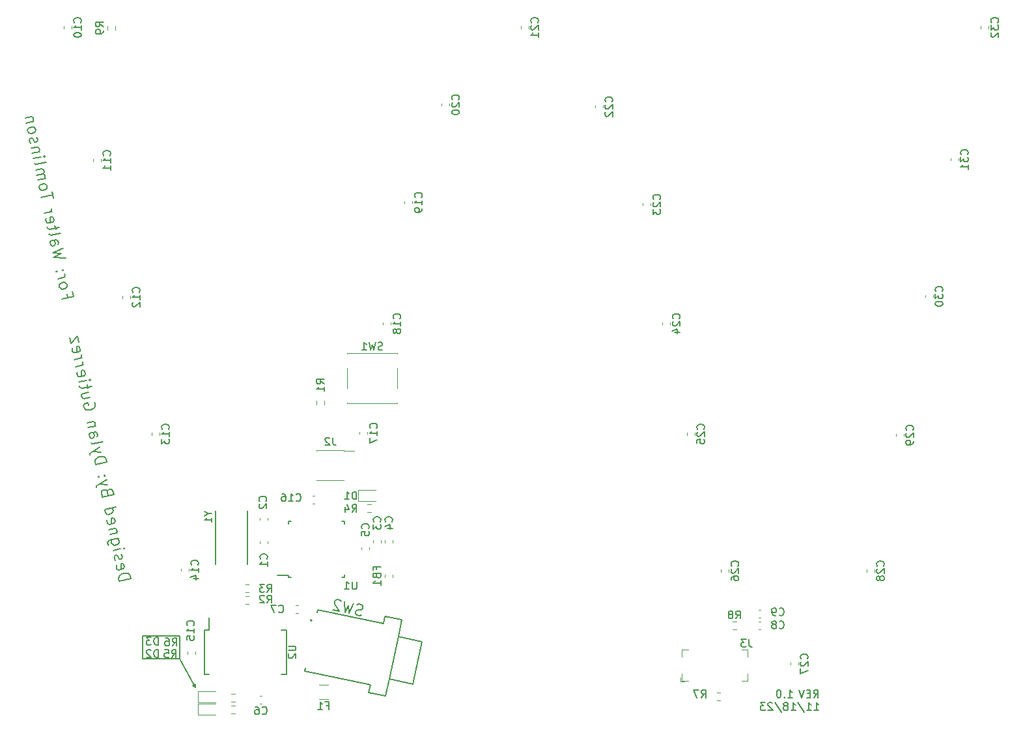
<source format=gbr>
%TF.GenerationSoftware,KiCad,Pcbnew,(7.0.0)*%
%TF.CreationDate,2023-11-18T20:53:13-06:00*%
%TF.ProjectId,LightLetter_W,4c696768-744c-4657-9474-65725f572e6b,rev?*%
%TF.SameCoordinates,PXda408f0PY8b5864b*%
%TF.FileFunction,Legend,Bot*%
%TF.FilePolarity,Positive*%
%FSLAX46Y46*%
G04 Gerber Fmt 4.6, Leading zero omitted, Abs format (unit mm)*
G04 Created by KiCad (PCBNEW (7.0.0)) date 2023-11-18 20:53:13*
%MOMM*%
%LPD*%
G01*
G04 APERTURE LIST*
%ADD10C,0.152400*%
%ADD11C,0.190500*%
%ADD12C,0.150000*%
%ADD13C,0.127000*%
%ADD14C,0.200000*%
%ADD15C,0.120000*%
G04 APERTURE END LIST*
D10*
X-38998677Y2896344D02*
X-38660010Y3380154D01*
X-38418105Y2896344D02*
X-38418105Y3912344D01*
X-38418105Y3912344D02*
X-38805153Y3912344D01*
X-38805153Y3912344D02*
X-38901915Y3863963D01*
X-38901915Y3863963D02*
X-38950296Y3815583D01*
X-38950296Y3815583D02*
X-38998677Y3718821D01*
X-38998677Y3718821D02*
X-38998677Y3573678D01*
X-38998677Y3573678D02*
X-38950296Y3476916D01*
X-38950296Y3476916D02*
X-38901915Y3428535D01*
X-38901915Y3428535D02*
X-38805153Y3380154D01*
X-38805153Y3380154D02*
X-38418105Y3380154D01*
X-39434105Y3428535D02*
X-39772772Y3428535D01*
X-39917915Y2896344D02*
X-39434105Y2896344D01*
X-39434105Y2896344D02*
X-39434105Y3912344D01*
X-39434105Y3912344D02*
X-39917915Y3912344D01*
X-40208200Y3912344D02*
X-40546867Y2896344D01*
X-40546867Y2896344D02*
X-40885534Y3912344D01*
X-42365991Y2896344D02*
X-41785419Y2896344D01*
X-42075705Y2896344D02*
X-42075705Y3912344D01*
X-42075705Y3912344D02*
X-41978943Y3767202D01*
X-41978943Y3767202D02*
X-41882181Y3670440D01*
X-41882181Y3670440D02*
X-41785419Y3622059D01*
X-42801419Y2993106D02*
X-42849800Y2944725D01*
X-42849800Y2944725D02*
X-42801419Y2896344D01*
X-42801419Y2896344D02*
X-42753038Y2944725D01*
X-42753038Y2944725D02*
X-42801419Y2993106D01*
X-42801419Y2993106D02*
X-42801419Y2896344D01*
X-43478753Y3912344D02*
X-43575515Y3912344D01*
X-43575515Y3912344D02*
X-43672277Y3863963D01*
X-43672277Y3863963D02*
X-43720658Y3815583D01*
X-43720658Y3815583D02*
X-43769039Y3718821D01*
X-43769039Y3718821D02*
X-43817420Y3525297D01*
X-43817420Y3525297D02*
X-43817420Y3283392D01*
X-43817420Y3283392D02*
X-43769039Y3089868D01*
X-43769039Y3089868D02*
X-43720658Y2993106D01*
X-43720658Y2993106D02*
X-43672277Y2944725D01*
X-43672277Y2944725D02*
X-43575515Y2896344D01*
X-43575515Y2896344D02*
X-43478753Y2896344D01*
X-43478753Y2896344D02*
X-43381991Y2944725D01*
X-43381991Y2944725D02*
X-43333610Y2993106D01*
X-43333610Y2993106D02*
X-43285229Y3089868D01*
X-43285229Y3089868D02*
X-43236848Y3283392D01*
X-43236848Y3283392D02*
X-43236848Y3525297D01*
X-43236848Y3525297D02*
X-43285229Y3718821D01*
X-43285229Y3718821D02*
X-43333610Y3815583D01*
X-43333610Y3815583D02*
X-43381991Y3863963D01*
X-43381991Y3863963D02*
X-43478753Y3912344D01*
X-38950296Y1250424D02*
X-38369724Y1250424D01*
X-38660010Y1250424D02*
X-38660010Y2266424D01*
X-38660010Y2266424D02*
X-38563248Y2121282D01*
X-38563248Y2121282D02*
X-38466486Y2024520D01*
X-38466486Y2024520D02*
X-38369724Y1976139D01*
X-39917915Y1250424D02*
X-39337343Y1250424D01*
X-39627629Y1250424D02*
X-39627629Y2266424D01*
X-39627629Y2266424D02*
X-39530867Y2121282D01*
X-39530867Y2121282D02*
X-39434105Y2024520D01*
X-39434105Y2024520D02*
X-39337343Y1976139D01*
X-41079058Y2314805D02*
X-40208200Y1008520D01*
X-41949915Y1250424D02*
X-41369343Y1250424D01*
X-41659629Y1250424D02*
X-41659629Y2266424D01*
X-41659629Y2266424D02*
X-41562867Y2121282D01*
X-41562867Y2121282D02*
X-41466105Y2024520D01*
X-41466105Y2024520D02*
X-41369343Y1976139D01*
X-42530486Y1830996D02*
X-42433724Y1879377D01*
X-42433724Y1879377D02*
X-42385343Y1927758D01*
X-42385343Y1927758D02*
X-42336962Y2024520D01*
X-42336962Y2024520D02*
X-42336962Y2072901D01*
X-42336962Y2072901D02*
X-42385343Y2169663D01*
X-42385343Y2169663D02*
X-42433724Y2218043D01*
X-42433724Y2218043D02*
X-42530486Y2266424D01*
X-42530486Y2266424D02*
X-42724010Y2266424D01*
X-42724010Y2266424D02*
X-42820772Y2218043D01*
X-42820772Y2218043D02*
X-42869153Y2169663D01*
X-42869153Y2169663D02*
X-42917534Y2072901D01*
X-42917534Y2072901D02*
X-42917534Y2024520D01*
X-42917534Y2024520D02*
X-42869153Y1927758D01*
X-42869153Y1927758D02*
X-42820772Y1879377D01*
X-42820772Y1879377D02*
X-42724010Y1830996D01*
X-42724010Y1830996D02*
X-42530486Y1830996D01*
X-42530486Y1830996D02*
X-42433724Y1782615D01*
X-42433724Y1782615D02*
X-42385343Y1734234D01*
X-42385343Y1734234D02*
X-42336962Y1637472D01*
X-42336962Y1637472D02*
X-42336962Y1443948D01*
X-42336962Y1443948D02*
X-42385343Y1347186D01*
X-42385343Y1347186D02*
X-42433724Y1298805D01*
X-42433724Y1298805D02*
X-42530486Y1250424D01*
X-42530486Y1250424D02*
X-42724010Y1250424D01*
X-42724010Y1250424D02*
X-42820772Y1298805D01*
X-42820772Y1298805D02*
X-42869153Y1347186D01*
X-42869153Y1347186D02*
X-42917534Y1443948D01*
X-42917534Y1443948D02*
X-42917534Y1637472D01*
X-42917534Y1637472D02*
X-42869153Y1734234D01*
X-42869153Y1734234D02*
X-42820772Y1782615D01*
X-42820772Y1782615D02*
X-42724010Y1830996D01*
X-44078677Y2314805D02*
X-43207819Y1008520D01*
X-44368962Y2169663D02*
X-44417343Y2218043D01*
X-44417343Y2218043D02*
X-44514105Y2266424D01*
X-44514105Y2266424D02*
X-44756010Y2266424D01*
X-44756010Y2266424D02*
X-44852772Y2218043D01*
X-44852772Y2218043D02*
X-44901153Y2169663D01*
X-44901153Y2169663D02*
X-44949534Y2072901D01*
X-44949534Y2072901D02*
X-44949534Y1976139D01*
X-44949534Y1976139D02*
X-44901153Y1830996D01*
X-44901153Y1830996D02*
X-44320581Y1250424D01*
X-44320581Y1250424D02*
X-44949534Y1250424D01*
X-45288200Y2266424D02*
X-45917153Y2266424D01*
X-45917153Y2266424D02*
X-45578486Y1879377D01*
X-45578486Y1879377D02*
X-45723629Y1879377D01*
X-45723629Y1879377D02*
X-45820391Y1830996D01*
X-45820391Y1830996D02*
X-45868772Y1782615D01*
X-45868772Y1782615D02*
X-45917153Y1685853D01*
X-45917153Y1685853D02*
X-45917153Y1443948D01*
X-45917153Y1443948D02*
X-45868772Y1347186D01*
X-45868772Y1347186D02*
X-45820391Y1298805D01*
X-45820391Y1298805D02*
X-45723629Y1250424D01*
X-45723629Y1250424D02*
X-45433343Y1250424D01*
X-45433343Y1250424D02*
X-45336581Y1298805D01*
X-45336581Y1298805D02*
X-45288200Y1347186D01*
D11*
X-129287349Y18037217D02*
X-127793944Y18341054D01*
X-127793944Y18341054D02*
X-127866286Y18696626D01*
X-127866286Y18696626D02*
X-127980806Y18895501D01*
X-127980806Y18895501D02*
X-128151972Y19008794D01*
X-128151972Y19008794D02*
X-128308669Y19050971D01*
X-128308669Y19050971D02*
X-128607596Y19064212D01*
X-128607596Y19064212D02*
X-128820939Y19020807D01*
X-128820939Y19020807D02*
X-129090929Y18891819D01*
X-129090929Y18891819D02*
X-129218690Y18791767D01*
X-129218690Y18791767D02*
X-129331982Y18620602D01*
X-129331982Y18620602D02*
X-129359691Y18392790D01*
X-129359691Y18392790D02*
X-129287349Y18037217D01*
X-129635819Y20114007D02*
X-129677996Y19957309D01*
X-129677996Y19957309D02*
X-129620123Y19672851D01*
X-129620123Y19672851D02*
X-129520071Y19545091D01*
X-129520071Y19545091D02*
X-129363374Y19502913D01*
X-129363374Y19502913D02*
X-128794458Y19618660D01*
X-128794458Y19618660D02*
X-128666697Y19718711D01*
X-128666697Y19718711D02*
X-128624519Y19875409D01*
X-128624519Y19875409D02*
X-128682393Y20159867D01*
X-128682393Y20159867D02*
X-128782444Y20287628D01*
X-128782444Y20287628D02*
X-128939142Y20329805D01*
X-128939142Y20329805D02*
X-129081371Y20300869D01*
X-129081371Y20300869D02*
X-129078916Y19560786D01*
X-129766034Y20754038D02*
X-129866086Y20881799D01*
X-129866086Y20881799D02*
X-129923960Y21166257D01*
X-129923960Y21166257D02*
X-129881782Y21322954D01*
X-129881782Y21322954D02*
X-129754021Y21423006D01*
X-129754021Y21423006D02*
X-129682907Y21437474D01*
X-129682907Y21437474D02*
X-129526209Y21395296D01*
X-129526209Y21395296D02*
X-129426158Y21267536D01*
X-129426158Y21267536D02*
X-129382753Y21054192D01*
X-129382753Y21054192D02*
X-129282701Y20926431D01*
X-129282701Y20926431D02*
X-129126004Y20884254D01*
X-129126004Y20884254D02*
X-129054889Y20898722D01*
X-129054889Y20898722D02*
X-128927128Y20998773D01*
X-128927128Y20998773D02*
X-128884951Y21155471D01*
X-128884951Y21155471D02*
X-128928356Y21368815D01*
X-128928356Y21368815D02*
X-129028407Y21496575D01*
X-130097580Y22019631D02*
X-129101977Y22222189D01*
X-128604175Y22323468D02*
X-128660821Y22237885D01*
X-128660821Y22237885D02*
X-128746404Y22294531D01*
X-128746404Y22294531D02*
X-128689758Y22380114D01*
X-128689758Y22380114D02*
X-128604175Y22323468D01*
X-128604175Y22323468D02*
X-128746404Y22294531D01*
X-129376877Y23573365D02*
X-130585824Y23327401D01*
X-130585824Y23327401D02*
X-130713585Y23227350D01*
X-130713585Y23227350D02*
X-130770231Y23141767D01*
X-130770231Y23141767D02*
X-130812408Y22985070D01*
X-130812408Y22985070D02*
X-130769003Y22771726D01*
X-130769003Y22771726D02*
X-130668952Y22643965D01*
X-130301366Y23385275D02*
X-130343543Y23228578D01*
X-130343543Y23228578D02*
X-130285670Y22944120D01*
X-130285670Y22944120D02*
X-130185618Y22816359D01*
X-130185618Y22816359D02*
X-130100035Y22759713D01*
X-130100035Y22759713D02*
X-129943338Y22717535D01*
X-129943338Y22717535D02*
X-129516651Y22804346D01*
X-129516651Y22804346D02*
X-129388890Y22904397D01*
X-129388890Y22904397D02*
X-129332244Y22989980D01*
X-129332244Y22989980D02*
X-129290066Y23146677D01*
X-129290066Y23146677D02*
X-129347940Y23431135D01*
X-129347940Y23431135D02*
X-129447991Y23558896D01*
X-129521561Y24284510D02*
X-130517164Y24081952D01*
X-129663790Y24255573D02*
X-129607144Y24341156D01*
X-129607144Y24341156D02*
X-129564966Y24497853D01*
X-129564966Y24497853D02*
X-129608371Y24711197D01*
X-129608371Y24711197D02*
X-129708423Y24838958D01*
X-129708423Y24838958D02*
X-129865120Y24881135D01*
X-129865120Y24881135D02*
X-130647380Y24721983D01*
X-130836697Y26016513D02*
X-130878875Y25859815D01*
X-130878875Y25859815D02*
X-130821001Y25575357D01*
X-130821001Y25575357D02*
X-130720950Y25447596D01*
X-130720950Y25447596D02*
X-130564252Y25405419D01*
X-130564252Y25405419D02*
X-129995336Y25521166D01*
X-129995336Y25521166D02*
X-129867575Y25621217D01*
X-129867575Y25621217D02*
X-129825398Y25777915D01*
X-129825398Y25777915D02*
X-129883271Y26062373D01*
X-129883271Y26062373D02*
X-129983323Y26190134D01*
X-129983323Y26190134D02*
X-130140020Y26232311D01*
X-130140020Y26232311D02*
X-130282249Y26203375D01*
X-130282249Y26203375D02*
X-130279794Y25463292D01*
X-131182712Y27353221D02*
X-129689306Y27657057D01*
X-131111597Y27367689D02*
X-131153775Y27210992D01*
X-131153775Y27210992D02*
X-131095901Y26926534D01*
X-131095901Y26926534D02*
X-130995850Y26798773D01*
X-130995850Y26798773D02*
X-130910267Y26742127D01*
X-130910267Y26742127D02*
X-130753569Y26699949D01*
X-130753569Y26699949D02*
X-130326882Y26786760D01*
X-130326882Y26786760D02*
X-130199121Y26886811D01*
X-130199121Y26886811D02*
X-130142475Y26972394D01*
X-130142475Y26972394D02*
X-130100298Y27129091D01*
X-130100298Y27129091D02*
X-130158171Y27413549D01*
X-130158171Y27413549D02*
X-130258223Y27541310D01*
X-130828717Y29617363D02*
X-130943237Y29816239D01*
X-130943237Y29816239D02*
X-131028819Y29872885D01*
X-131028819Y29872885D02*
X-131185517Y29915062D01*
X-131185517Y29915062D02*
X-131398861Y29871657D01*
X-131398861Y29871657D02*
X-131526621Y29771606D01*
X-131526621Y29771606D02*
X-131583267Y29686023D01*
X-131583267Y29686023D02*
X-131625445Y29529325D01*
X-131625445Y29529325D02*
X-131509698Y28960409D01*
X-131509698Y28960409D02*
X-130016292Y29264246D01*
X-130016292Y29264246D02*
X-130117571Y29762048D01*
X-130117571Y29762048D02*
X-130217623Y29889808D01*
X-130217623Y29889808D02*
X-130303206Y29946454D01*
X-130303206Y29946454D02*
X-130459903Y29988632D01*
X-130459903Y29988632D02*
X-130602132Y29959695D01*
X-130602132Y29959695D02*
X-130729893Y29859644D01*
X-130729893Y29859644D02*
X-130786539Y29774061D01*
X-130786539Y29774061D02*
X-130828717Y29617363D01*
X-130828717Y29617363D02*
X-130727438Y29119562D01*
X-130788994Y30514143D02*
X-131856940Y30667158D01*
X-130933678Y31225288D02*
X-131856940Y30667158D01*
X-131856940Y30667158D02*
X-132183576Y30452587D01*
X-132183576Y30452587D02*
X-132240222Y30367004D01*
X-132240222Y30367004D02*
X-132282399Y30210306D01*
X-131902800Y31620584D02*
X-131988383Y31677230D01*
X-131988383Y31677230D02*
X-132045029Y31591647D01*
X-132045029Y31591647D02*
X-131959446Y31535001D01*
X-131959446Y31535001D02*
X-131902800Y31620584D01*
X-131902800Y31620584D02*
X-132045029Y31591647D01*
X-131120540Y31779736D02*
X-131206123Y31836383D01*
X-131206123Y31836383D02*
X-131262769Y31750800D01*
X-131262769Y31750800D02*
X-131177186Y31694154D01*
X-131177186Y31694154D02*
X-131120540Y31779736D01*
X-131120540Y31779736D02*
X-131262769Y31750800D01*
X-132372015Y33198835D02*
X-130878610Y33502672D01*
X-130878610Y33502672D02*
X-130950952Y33858245D01*
X-130950952Y33858245D02*
X-131065472Y34057120D01*
X-131065472Y34057120D02*
X-131236638Y34170412D01*
X-131236638Y34170412D02*
X-131393335Y34212590D01*
X-131393335Y34212590D02*
X-131692262Y34225831D01*
X-131692262Y34225831D02*
X-131905605Y34182425D01*
X-131905605Y34182425D02*
X-132175595Y34053437D01*
X-132175595Y34053437D02*
X-132303356Y33953386D01*
X-132303356Y33953386D02*
X-132416648Y33782220D01*
X-132416648Y33782220D02*
X-132444357Y33554408D01*
X-132444357Y33554408D02*
X-132372015Y33198835D01*
X-131651312Y34752569D02*
X-132719257Y34905584D01*
X-131795996Y35463715D02*
X-132719257Y34905584D01*
X-132719257Y34905584D02*
X-133045893Y34691013D01*
X-133045893Y34691013D02*
X-133102539Y34605430D01*
X-133102539Y34605430D02*
X-133144717Y34448733D01*
X-132950752Y36043417D02*
X-132850701Y35915656D01*
X-132850701Y35915656D02*
X-132694003Y35873479D01*
X-132694003Y35873479D02*
X-131413941Y36133910D01*
X-133196715Y37252364D02*
X-132414455Y37411517D01*
X-132414455Y37411517D02*
X-132257758Y37369339D01*
X-132257758Y37369339D02*
X-132157706Y37241578D01*
X-132157706Y37241578D02*
X-132099833Y36957120D01*
X-132099833Y36957120D02*
X-132142010Y36800423D01*
X-133125601Y37266833D02*
X-133167778Y37110135D01*
X-133167778Y37110135D02*
X-133095436Y36754562D01*
X-133095436Y36754562D02*
X-132995385Y36626802D01*
X-132995385Y36626802D02*
X-132838687Y36584624D01*
X-132838687Y36584624D02*
X-132696458Y36613561D01*
X-132696458Y36613561D02*
X-132568698Y36713612D01*
X-132568698Y36713612D02*
X-132526520Y36870310D01*
X-132526520Y36870310D02*
X-132598862Y37225883D01*
X-132598862Y37225883D02*
X-132556684Y37382580D01*
X-132345796Y38166067D02*
X-133341399Y37963509D01*
X-132488025Y38137130D02*
X-132431379Y38222713D01*
X-132431379Y38222713D02*
X-132389201Y38379411D01*
X-132389201Y38379411D02*
X-132432606Y38592754D01*
X-132432606Y38592754D02*
X-132532658Y38720515D01*
X-132532658Y38720515D02*
X-132689355Y38762693D01*
X-132689355Y38762693D02*
X-133471615Y38603540D01*
X-132535463Y41282357D02*
X-132435412Y41154596D01*
X-132435412Y41154596D02*
X-132392006Y40941253D01*
X-132392006Y40941253D02*
X-132419716Y40713441D01*
X-132419716Y40713441D02*
X-132533008Y40542275D01*
X-132533008Y40542275D02*
X-132660769Y40442223D01*
X-132660769Y40442223D02*
X-132930758Y40313235D01*
X-132930758Y40313235D02*
X-133144102Y40269830D01*
X-133144102Y40269830D02*
X-133443028Y40283071D01*
X-133443028Y40283071D02*
X-133599726Y40325248D01*
X-133599726Y40325248D02*
X-133770892Y40438541D01*
X-133770892Y40438541D02*
X-133885412Y40637416D01*
X-133885412Y40637416D02*
X-133914348Y40779645D01*
X-133914348Y40779645D02*
X-133886639Y41007457D01*
X-133886639Y41007457D02*
X-133829993Y41093040D01*
X-133829993Y41093040D02*
X-133332191Y41194319D01*
X-133332191Y41194319D02*
X-133274318Y40909861D01*
X-133237050Y42546723D02*
X-134232654Y42344165D01*
X-133106834Y41906692D02*
X-133889094Y41747539D01*
X-133889094Y41747539D02*
X-134045792Y41789717D01*
X-134045792Y41789717D02*
X-134145843Y41917478D01*
X-134145843Y41917478D02*
X-134189248Y42130821D01*
X-134189248Y42130821D02*
X-134147071Y42287519D01*
X-134147071Y42287519D02*
X-134090425Y42373102D01*
X-133338329Y43044524D02*
X-133454076Y43613440D01*
X-132883932Y43359147D02*
X-134163994Y43098715D01*
X-134163994Y43098715D02*
X-134320692Y43140893D01*
X-134320692Y43140893D02*
X-134420743Y43268654D01*
X-134420743Y43268654D02*
X-134449680Y43410883D01*
X-134550959Y43908684D02*
X-133555355Y44111242D01*
X-133057553Y44212521D02*
X-133114200Y44126938D01*
X-133114200Y44126938D02*
X-133199783Y44183584D01*
X-133199783Y44183584D02*
X-133143136Y44269167D01*
X-133143136Y44269167D02*
X-133057553Y44212521D01*
X-133057553Y44212521D02*
X-133199783Y44183584D01*
X-134740276Y45203214D02*
X-134782453Y45046517D01*
X-134782453Y45046517D02*
X-134724580Y44762058D01*
X-134724580Y44762058D02*
X-134624528Y44634298D01*
X-134624528Y44634298D02*
X-134467831Y44592120D01*
X-134467831Y44592120D02*
X-133898914Y44707867D01*
X-133898914Y44707867D02*
X-133771154Y44807919D01*
X-133771154Y44807919D02*
X-133728976Y44964616D01*
X-133728976Y44964616D02*
X-133786850Y45249074D01*
X-133786850Y45249074D02*
X-133886901Y45376835D01*
X-133886901Y45376835D02*
X-134043599Y45419013D01*
X-134043599Y45419013D02*
X-134185828Y45390076D01*
X-134185828Y45390076D02*
X-134183373Y44649994D01*
X-134956074Y45899891D02*
X-133960471Y46102449D01*
X-134244929Y46044575D02*
X-134117168Y46144627D01*
X-134117168Y46144627D02*
X-134060522Y46230210D01*
X-134060522Y46230210D02*
X-134018344Y46386907D01*
X-134018344Y46386907D02*
X-134047281Y46529136D01*
X-135144164Y46824381D02*
X-134148560Y47026938D01*
X-134433018Y46969065D02*
X-134305258Y47069116D01*
X-134305258Y47069116D02*
X-134248612Y47154699D01*
X-134248612Y47154699D02*
X-134206434Y47311397D01*
X-134206434Y47311397D02*
X-134235371Y47453626D01*
X-135376886Y48332255D02*
X-135419064Y48175557D01*
X-135419064Y48175557D02*
X-135361190Y47891099D01*
X-135361190Y47891099D02*
X-135261139Y47763338D01*
X-135261139Y47763338D02*
X-135104441Y47721161D01*
X-135104441Y47721161D02*
X-134535525Y47836908D01*
X-134535525Y47836908D02*
X-134407764Y47936959D01*
X-134407764Y47936959D02*
X-134365587Y48093657D01*
X-134365587Y48093657D02*
X-134423460Y48378115D01*
X-134423460Y48378115D02*
X-134523512Y48505876D01*
X-134523512Y48505876D02*
X-134680209Y48548053D01*
X-134680209Y48548053D02*
X-134822438Y48519117D01*
X-134822438Y48519117D02*
X-134819983Y47779034D01*
X-134568145Y49089261D02*
X-134727297Y49871521D01*
X-134727297Y49871521D02*
X-135563748Y48886703D01*
X-135563748Y48886703D02*
X-135722901Y49668963D01*
X-136069177Y55375049D02*
X-135967898Y54877247D01*
X-136750158Y54718094D02*
X-135256753Y55021931D01*
X-135256753Y55021931D02*
X-135401437Y55733077D01*
X-137053995Y56211500D02*
X-136953943Y56083739D01*
X-136953943Y56083739D02*
X-136868361Y56027093D01*
X-136868361Y56027093D02*
X-136711663Y55984916D01*
X-136711663Y55984916D02*
X-136284976Y56071726D01*
X-136284976Y56071726D02*
X-136157215Y56171777D01*
X-136157215Y56171777D02*
X-136100569Y56257360D01*
X-136100569Y56257360D02*
X-136058391Y56414058D01*
X-136058391Y56414058D02*
X-136101797Y56627401D01*
X-136101797Y56627401D02*
X-136201848Y56755162D01*
X-136201848Y56755162D02*
X-136287431Y56811808D01*
X-136287431Y56811808D02*
X-136444128Y56853986D01*
X-136444128Y56853986D02*
X-136870816Y56767175D01*
X-136870816Y56767175D02*
X-136998576Y56667124D01*
X-136998576Y56667124D02*
X-137055222Y56581541D01*
X-137055222Y56581541D02*
X-137097400Y56424844D01*
X-137097400Y56424844D02*
X-137053995Y56211500D01*
X-137285489Y57349332D02*
X-136289886Y57551890D01*
X-136574344Y57494017D02*
X-136446583Y57594068D01*
X-136446583Y57594068D02*
X-136389937Y57679651D01*
X-136389937Y57679651D02*
X-136347760Y57836348D01*
X-136347760Y57836348D02*
X-136376696Y57978577D01*
X-137331350Y58302759D02*
X-137416933Y58359405D01*
X-137416933Y58359405D02*
X-137473579Y58273822D01*
X-137473579Y58273822D02*
X-137387996Y58217176D01*
X-137387996Y58217176D02*
X-137331350Y58302759D01*
X-137331350Y58302759D02*
X-137473579Y58273822D01*
X-136549090Y58461911D02*
X-136634673Y58518557D01*
X-136634673Y58518557D02*
X-136691319Y58432974D01*
X-136691319Y58432974D02*
X-136605736Y58376328D01*
X-136605736Y58376328D02*
X-136549090Y58461911D01*
X-136549090Y58461911D02*
X-136691319Y58432974D01*
X-136278223Y60042618D02*
X-137843970Y60094354D01*
X-137843970Y60094354D02*
X-136835126Y60595838D01*
X-136835126Y60595838D02*
X-137959718Y60663270D01*
X-137959718Y60663270D02*
X-136538655Y61322679D01*
X-138278023Y62227789D02*
X-137495763Y62386942D01*
X-137495763Y62386942D02*
X-137339065Y62344764D01*
X-137339065Y62344764D02*
X-137239014Y62217004D01*
X-137239014Y62217004D02*
X-137181140Y61932546D01*
X-137181140Y61932546D02*
X-137223318Y61775848D01*
X-138206908Y62242258D02*
X-138249086Y62085560D01*
X-138249086Y62085560D02*
X-138176744Y61729988D01*
X-138176744Y61729988D02*
X-138076692Y61602227D01*
X-138076692Y61602227D02*
X-137919995Y61560049D01*
X-137919995Y61560049D02*
X-137777766Y61588986D01*
X-137777766Y61588986D02*
X-137650005Y61689038D01*
X-137650005Y61689038D02*
X-137607828Y61845735D01*
X-137607828Y61845735D02*
X-137680170Y62201308D01*
X-137680170Y62201308D02*
X-137637992Y62358005D01*
X-138466112Y63152278D02*
X-138366061Y63024518D01*
X-138366061Y63024518D02*
X-138209363Y62982340D01*
X-138209363Y62982340D02*
X-136929302Y63242771D01*
X-137542851Y63710409D02*
X-137658598Y64279325D01*
X-137088454Y64025032D02*
X-138368516Y63764600D01*
X-138368516Y63764600D02*
X-138525213Y63806778D01*
X-138525213Y63806778D02*
X-138625265Y63934538D01*
X-138625265Y63934538D02*
X-138654202Y64076768D01*
X-138800113Y65157954D02*
X-138842291Y65001256D01*
X-138842291Y65001256D02*
X-138784417Y64716798D01*
X-138784417Y64716798D02*
X-138684366Y64589038D01*
X-138684366Y64589038D02*
X-138527668Y64546860D01*
X-138527668Y64546860D02*
X-137958752Y64662607D01*
X-137958752Y64662607D02*
X-137830992Y64762659D01*
X-137830992Y64762659D02*
X-137788814Y64919356D01*
X-137788814Y64919356D02*
X-137846687Y65203814D01*
X-137846687Y65203814D02*
X-137946739Y65331575D01*
X-137946739Y65331575D02*
X-138103436Y65373753D01*
X-138103436Y65373753D02*
X-138245665Y65344816D01*
X-138245665Y65344816D02*
X-138243210Y64604734D01*
X-139015912Y65854631D02*
X-138020309Y66057189D01*
X-138304767Y65999315D02*
X-138177006Y66099367D01*
X-138177006Y66099367D02*
X-138120360Y66184950D01*
X-138120360Y66184950D02*
X-138078182Y66341647D01*
X-138078182Y66341647D02*
X-138107119Y66483876D01*
X-137849493Y67765657D02*
X-138023114Y68619031D01*
X-139429709Y67888507D02*
X-137936304Y68192344D01*
X-139661203Y69026340D02*
X-139561152Y68898579D01*
X-139561152Y68898579D02*
X-139475569Y68841933D01*
X-139475569Y68841933D02*
X-139318872Y68799755D01*
X-139318872Y68799755D02*
X-138892184Y68886566D01*
X-138892184Y68886566D02*
X-138764424Y68986617D01*
X-138764424Y68986617D02*
X-138707778Y69072200D01*
X-138707778Y69072200D02*
X-138665600Y69228898D01*
X-138665600Y69228898D02*
X-138709005Y69442241D01*
X-138709005Y69442241D02*
X-138809057Y69570002D01*
X-138809057Y69570002D02*
X-138894640Y69626648D01*
X-138894640Y69626648D02*
X-139051337Y69668826D01*
X-139051337Y69668826D02*
X-139478024Y69582015D01*
X-139478024Y69582015D02*
X-139605785Y69481964D01*
X-139605785Y69481964D02*
X-139662431Y69396381D01*
X-139662431Y69396381D02*
X-139704609Y69239684D01*
X-139704609Y69239684D02*
X-139661203Y69026340D01*
X-139892698Y70164172D02*
X-138897095Y70366730D01*
X-139039324Y70337793D02*
X-138982678Y70423376D01*
X-138982678Y70423376D02*
X-138940500Y70580074D01*
X-138940500Y70580074D02*
X-138983905Y70793417D01*
X-138983905Y70793417D02*
X-139083956Y70921178D01*
X-139083956Y70921178D02*
X-139240654Y70963356D01*
X-139240654Y70963356D02*
X-140022914Y70804203D01*
X-139240654Y70963356D02*
X-139112893Y71063407D01*
X-139112893Y71063407D02*
X-139070716Y71220105D01*
X-139070716Y71220105D02*
X-139114121Y71433448D01*
X-139114121Y71433448D02*
X-139214172Y71561209D01*
X-139214172Y71561209D02*
X-139370870Y71603387D01*
X-139370870Y71603387D02*
X-140153130Y71444234D01*
X-140341219Y72368723D02*
X-140241168Y72240962D01*
X-140241168Y72240962D02*
X-140084470Y72198785D01*
X-140084470Y72198785D02*
X-138804409Y72459216D01*
X-140456966Y72937640D02*
X-139461363Y73140197D01*
X-138963561Y73241476D02*
X-139020207Y73155893D01*
X-139020207Y73155893D02*
X-139105790Y73212539D01*
X-139105790Y73212539D02*
X-139049144Y73298122D01*
X-139049144Y73298122D02*
X-138963561Y73241476D01*
X-138963561Y73241476D02*
X-139105790Y73212539D01*
X-139606047Y73851342D02*
X-140601650Y73648785D01*
X-139748276Y73822406D02*
X-139691630Y73907989D01*
X-139691630Y73907989D02*
X-139649452Y74064686D01*
X-139649452Y74064686D02*
X-139692857Y74278030D01*
X-139692857Y74278030D02*
X-139792909Y74405790D01*
X-139792909Y74405790D02*
X-139949606Y74447968D01*
X-139949606Y74447968D02*
X-140731866Y74288815D01*
X-140790967Y74943315D02*
X-140891019Y75071075D01*
X-140891019Y75071075D02*
X-140948892Y75355533D01*
X-140948892Y75355533D02*
X-140906715Y75512231D01*
X-140906715Y75512231D02*
X-140778954Y75612282D01*
X-140778954Y75612282D02*
X-140707840Y75626751D01*
X-140707840Y75626751D02*
X-140551142Y75584573D01*
X-140551142Y75584573D02*
X-140451091Y75456812D01*
X-140451091Y75456812D02*
X-140407685Y75243469D01*
X-140407685Y75243469D02*
X-140307634Y75115708D01*
X-140307634Y75115708D02*
X-140150937Y75073530D01*
X-140150937Y75073530D02*
X-140079822Y75087999D01*
X-140079822Y75087999D02*
X-139952061Y75188050D01*
X-139952061Y75188050D02*
X-139909884Y75344748D01*
X-139909884Y75344748D02*
X-139953289Y75558091D01*
X-139953289Y75558091D02*
X-140053340Y75685852D01*
X-141165919Y76422251D02*
X-141065867Y76294490D01*
X-141065867Y76294490D02*
X-140980284Y76237844D01*
X-140980284Y76237844D02*
X-140823587Y76195667D01*
X-140823587Y76195667D02*
X-140396900Y76282477D01*
X-140396900Y76282477D02*
X-140269139Y76382528D01*
X-140269139Y76382528D02*
X-140212493Y76468111D01*
X-140212493Y76468111D02*
X-140170315Y76624809D01*
X-140170315Y76624809D02*
X-140213720Y76838153D01*
X-140213720Y76838153D02*
X-140313772Y76965913D01*
X-140313772Y76965913D02*
X-140399355Y77022559D01*
X-140399355Y77022559D02*
X-140556052Y77064737D01*
X-140556052Y77064737D02*
X-140982739Y76977926D01*
X-140982739Y76977926D02*
X-141110500Y76877875D01*
X-141110500Y76877875D02*
X-141167146Y76792292D01*
X-141167146Y76792292D02*
X-141209324Y76635595D01*
X-141209324Y76635595D02*
X-141165919Y76422251D01*
X-140401810Y77762641D02*
X-141397413Y77560084D01*
X-140544039Y77733704D02*
X-140487393Y77819287D01*
X-140487393Y77819287D02*
X-140445215Y77975985D01*
X-140445215Y77975985D02*
X-140488620Y78189329D01*
X-140488620Y78189329D02*
X-140588672Y78317089D01*
X-140588672Y78317089D02*
X-140745369Y78359267D01*
X-140745369Y78359267D02*
X-141527629Y78200114D01*
D10*
X-119761000Y4509123D02*
X-119380000Y4636123D01*
X-119380000Y4255123D02*
X-119761000Y4509123D01*
X-119380000Y4636123D02*
X-119380000Y4255123D01*
X-119380000Y4255123D02*
X-119380000Y4636123D01*
X-121412000Y7938123D02*
X-119380000Y4255123D01*
X-126238000Y10935323D02*
X-121412000Y10935323D01*
X-121412000Y10935323D02*
X-121412000Y7938123D01*
X-121412000Y7938123D02*
X-126238000Y7938123D01*
X-126238000Y7938123D02*
X-126238000Y10935323D01*
%TO.C,Y1*%
X-117734131Y26827456D02*
X-117310798Y26827456D01*
X-118199798Y27123790D02*
X-117734131Y26827456D01*
X-117734131Y26827456D02*
X-118199798Y26531123D01*
X-117310798Y25769123D02*
X-117310798Y26277123D01*
X-117310798Y26023123D02*
X-118199798Y26023123D01*
X-118199798Y26023123D02*
X-118072798Y26107790D01*
X-118072798Y26107790D02*
X-117988131Y26192456D01*
X-117988131Y26192456D02*
X-117945798Y26277123D01*
D12*
%TO.C,SW2*%
X-97835200Y13589138D02*
X-98044691Y13565510D01*
X-98044691Y13565510D02*
X-98370740Y13634814D01*
X-98370740Y13634814D02*
X-98487299Y13727745D01*
X-98487299Y13727745D02*
X-98538648Y13806816D01*
X-98538648Y13806816D02*
X-98576136Y13951097D01*
X-98576136Y13951097D02*
X-98548415Y14081516D01*
X-98548415Y14081516D02*
X-98455483Y14198075D01*
X-98455483Y14198075D02*
X-98376413Y14249424D01*
X-98376413Y14249424D02*
X-98232132Y14286912D01*
X-98232132Y14286912D02*
X-97957432Y14296679D01*
X-97957432Y14296679D02*
X-97813152Y14334167D01*
X-97813152Y14334167D02*
X-97734081Y14385517D01*
X-97734081Y14385517D02*
X-97641150Y14502075D01*
X-97641150Y14502075D02*
X-97613428Y14632495D01*
X-97613428Y14632495D02*
X-97650916Y14776776D01*
X-97650916Y14776776D02*
X-97702265Y14855846D01*
X-97702265Y14855846D02*
X-97818824Y14948778D01*
X-97818824Y14948778D02*
X-98144873Y15018081D01*
X-98144873Y15018081D02*
X-98354364Y14994454D01*
X-98796971Y15156689D02*
X-99414097Y13856586D01*
X-99414097Y13856586D02*
X-99467025Y14890177D01*
X-99467025Y14890177D02*
X-99935776Y13967473D01*
X-99935776Y13967473D02*
X-99970749Y15406183D01*
X-100454939Y15372789D02*
X-100506288Y15451860D01*
X-100506288Y15451860D02*
X-100622847Y15544791D01*
X-100622847Y15544791D02*
X-100948896Y15614095D01*
X-100948896Y15614095D02*
X-101093177Y15576607D01*
X-101093177Y15576607D02*
X-101172247Y15525258D01*
X-101172247Y15525258D02*
X-101265179Y15408699D01*
X-101265179Y15408699D02*
X-101292900Y15278279D01*
X-101292900Y15278279D02*
X-101269273Y15068789D01*
X-101269273Y15068789D02*
X-100653084Y14119941D01*
X-100653084Y14119941D02*
X-101500812Y14300131D01*
%TO.C,U2*%
X-107312620Y9589028D02*
X-106503096Y9589028D01*
X-106503096Y9589028D02*
X-106407858Y9541409D01*
X-106407858Y9541409D02*
X-106360239Y9493790D01*
X-106360239Y9493790D02*
X-106312620Y9398552D01*
X-106312620Y9398552D02*
X-106312620Y9208076D01*
X-106312620Y9208076D02*
X-106360239Y9112838D01*
X-106360239Y9112838D02*
X-106407858Y9065219D01*
X-106407858Y9065219D02*
X-106503096Y9017600D01*
X-106503096Y9017600D02*
X-107312620Y9017600D01*
X-107217381Y8589028D02*
X-107265000Y8541409D01*
X-107265000Y8541409D02*
X-107312620Y8446171D01*
X-107312620Y8446171D02*
X-107312620Y8208076D01*
X-107312620Y8208076D02*
X-107265000Y8112838D01*
X-107265000Y8112838D02*
X-107217381Y8065219D01*
X-107217381Y8065219D02*
X-107122143Y8017600D01*
X-107122143Y8017600D02*
X-107026905Y8017600D01*
X-107026905Y8017600D02*
X-106884048Y8065219D01*
X-106884048Y8065219D02*
X-106312620Y8636647D01*
X-106312620Y8636647D02*
X-106312620Y8017600D01*
%TO.C,U1*%
X-98425096Y17968743D02*
X-98425096Y17159219D01*
X-98425096Y17159219D02*
X-98472715Y17063981D01*
X-98472715Y17063981D02*
X-98520334Y17016362D01*
X-98520334Y17016362D02*
X-98615572Y16968743D01*
X-98615572Y16968743D02*
X-98806048Y16968743D01*
X-98806048Y16968743D02*
X-98901286Y17016362D01*
X-98901286Y17016362D02*
X-98948905Y17063981D01*
X-98948905Y17063981D02*
X-98996524Y17159219D01*
X-98996524Y17159219D02*
X-98996524Y17968743D01*
X-99996524Y16968743D02*
X-99425096Y16968743D01*
X-99710810Y16968743D02*
X-99710810Y17968743D01*
X-99710810Y17968743D02*
X-99615572Y17825885D01*
X-99615572Y17825885D02*
X-99520334Y17730647D01*
X-99520334Y17730647D02*
X-99425096Y17683028D01*
%TO.C,SW1*%
X-95059668Y48117362D02*
X-95202525Y48069743D01*
X-95202525Y48069743D02*
X-95440620Y48069743D01*
X-95440620Y48069743D02*
X-95535858Y48117362D01*
X-95535858Y48117362D02*
X-95583477Y48164981D01*
X-95583477Y48164981D02*
X-95631096Y48260219D01*
X-95631096Y48260219D02*
X-95631096Y48355457D01*
X-95631096Y48355457D02*
X-95583477Y48450695D01*
X-95583477Y48450695D02*
X-95535858Y48498314D01*
X-95535858Y48498314D02*
X-95440620Y48545933D01*
X-95440620Y48545933D02*
X-95250144Y48593552D01*
X-95250144Y48593552D02*
X-95154906Y48641171D01*
X-95154906Y48641171D02*
X-95107287Y48688790D01*
X-95107287Y48688790D02*
X-95059668Y48784028D01*
X-95059668Y48784028D02*
X-95059668Y48879266D01*
X-95059668Y48879266D02*
X-95107287Y48974504D01*
X-95107287Y48974504D02*
X-95154906Y49022123D01*
X-95154906Y49022123D02*
X-95250144Y49069743D01*
X-95250144Y49069743D02*
X-95488239Y49069743D01*
X-95488239Y49069743D02*
X-95631096Y49022123D01*
X-95964430Y49069743D02*
X-96202525Y48069743D01*
X-96202525Y48069743D02*
X-96393001Y48784028D01*
X-96393001Y48784028D02*
X-96583477Y48069743D01*
X-96583477Y48069743D02*
X-96821572Y49069743D01*
X-97726334Y48069743D02*
X-97154906Y48069743D01*
X-97440620Y48069743D02*
X-97440620Y49069743D01*
X-97440620Y49069743D02*
X-97345382Y48926885D01*
X-97345382Y48926885D02*
X-97250144Y48831647D01*
X-97250144Y48831647D02*
X-97154906Y48784028D01*
%TO.C,R9*%
X-131364620Y90083790D02*
X-131840810Y90417123D01*
X-131364620Y90655218D02*
X-132364620Y90655218D01*
X-132364620Y90655218D02*
X-132364620Y90274266D01*
X-132364620Y90274266D02*
X-132317000Y90179028D01*
X-132317000Y90179028D02*
X-132269381Y90131409D01*
X-132269381Y90131409D02*
X-132174143Y90083790D01*
X-132174143Y90083790D02*
X-132031286Y90083790D01*
X-132031286Y90083790D02*
X-131936048Y90131409D01*
X-131936048Y90131409D02*
X-131888429Y90179028D01*
X-131888429Y90179028D02*
X-131840810Y90274266D01*
X-131840810Y90274266D02*
X-131840810Y90655218D01*
X-131364620Y89607599D02*
X-131364620Y89417123D01*
X-131364620Y89417123D02*
X-131412239Y89321885D01*
X-131412239Y89321885D02*
X-131459858Y89274266D01*
X-131459858Y89274266D02*
X-131602715Y89179028D01*
X-131602715Y89179028D02*
X-131793191Y89131409D01*
X-131793191Y89131409D02*
X-132174143Y89131409D01*
X-132174143Y89131409D02*
X-132269381Y89179028D01*
X-132269381Y89179028D02*
X-132317000Y89226647D01*
X-132317000Y89226647D02*
X-132364620Y89321885D01*
X-132364620Y89321885D02*
X-132364620Y89512361D01*
X-132364620Y89512361D02*
X-132317000Y89607599D01*
X-132317000Y89607599D02*
X-132269381Y89655218D01*
X-132269381Y89655218D02*
X-132174143Y89702837D01*
X-132174143Y89702837D02*
X-131936048Y89702837D01*
X-131936048Y89702837D02*
X-131840810Y89655218D01*
X-131840810Y89655218D02*
X-131793191Y89607599D01*
X-131793191Y89607599D02*
X-131745572Y89512361D01*
X-131745572Y89512361D02*
X-131745572Y89321885D01*
X-131745572Y89321885D02*
X-131793191Y89226647D01*
X-131793191Y89226647D02*
X-131840810Y89179028D01*
X-131840810Y89179028D02*
X-131936048Y89131409D01*
%TO.C,R8*%
X-49134734Y13158743D02*
X-48801401Y13634933D01*
X-48563306Y13158743D02*
X-48563306Y14158743D01*
X-48563306Y14158743D02*
X-48944258Y14158743D01*
X-48944258Y14158743D02*
X-49039496Y14111123D01*
X-49039496Y14111123D02*
X-49087115Y14063504D01*
X-49087115Y14063504D02*
X-49134734Y13968266D01*
X-49134734Y13968266D02*
X-49134734Y13825409D01*
X-49134734Y13825409D02*
X-49087115Y13730171D01*
X-49087115Y13730171D02*
X-49039496Y13682552D01*
X-49039496Y13682552D02*
X-48944258Y13634933D01*
X-48944258Y13634933D02*
X-48563306Y13634933D01*
X-49706163Y13730171D02*
X-49610925Y13777790D01*
X-49610925Y13777790D02*
X-49563306Y13825409D01*
X-49563306Y13825409D02*
X-49515687Y13920647D01*
X-49515687Y13920647D02*
X-49515687Y13968266D01*
X-49515687Y13968266D02*
X-49563306Y14063504D01*
X-49563306Y14063504D02*
X-49610925Y14111123D01*
X-49610925Y14111123D02*
X-49706163Y14158743D01*
X-49706163Y14158743D02*
X-49896639Y14158743D01*
X-49896639Y14158743D02*
X-49991877Y14111123D01*
X-49991877Y14111123D02*
X-50039496Y14063504D01*
X-50039496Y14063504D02*
X-50087115Y13968266D01*
X-50087115Y13968266D02*
X-50087115Y13920647D01*
X-50087115Y13920647D02*
X-50039496Y13825409D01*
X-50039496Y13825409D02*
X-49991877Y13777790D01*
X-49991877Y13777790D02*
X-49896639Y13730171D01*
X-49896639Y13730171D02*
X-49706163Y13730171D01*
X-49706163Y13730171D02*
X-49610925Y13682552D01*
X-49610925Y13682552D02*
X-49563306Y13634933D01*
X-49563306Y13634933D02*
X-49515687Y13539695D01*
X-49515687Y13539695D02*
X-49515687Y13349219D01*
X-49515687Y13349219D02*
X-49563306Y13253981D01*
X-49563306Y13253981D02*
X-49610925Y13206362D01*
X-49610925Y13206362D02*
X-49706163Y13158743D01*
X-49706163Y13158743D02*
X-49896639Y13158743D01*
X-49896639Y13158743D02*
X-49991877Y13206362D01*
X-49991877Y13206362D02*
X-50039496Y13253981D01*
X-50039496Y13253981D02*
X-50087115Y13349219D01*
X-50087115Y13349219D02*
X-50087115Y13539695D01*
X-50087115Y13539695D02*
X-50039496Y13634933D01*
X-50039496Y13634933D02*
X-49991877Y13682552D01*
X-49991877Y13682552D02*
X-49896639Y13730171D01*
%TO.C,R7*%
X-53605134Y2897143D02*
X-53271801Y3373333D01*
X-53033706Y2897143D02*
X-53033706Y3897143D01*
X-53033706Y3897143D02*
X-53414658Y3897143D01*
X-53414658Y3897143D02*
X-53509896Y3849523D01*
X-53509896Y3849523D02*
X-53557515Y3801904D01*
X-53557515Y3801904D02*
X-53605134Y3706666D01*
X-53605134Y3706666D02*
X-53605134Y3563809D01*
X-53605134Y3563809D02*
X-53557515Y3468571D01*
X-53557515Y3468571D02*
X-53509896Y3420952D01*
X-53509896Y3420952D02*
X-53414658Y3373333D01*
X-53414658Y3373333D02*
X-53033706Y3373333D01*
X-53938468Y3897143D02*
X-54605134Y3897143D01*
X-54605134Y3897143D02*
X-54176563Y2897143D01*
%TO.C,R6*%
X-122388334Y9628143D02*
X-122055001Y10104333D01*
X-121816906Y9628143D02*
X-121816906Y10628143D01*
X-121816906Y10628143D02*
X-122197858Y10628143D01*
X-122197858Y10628143D02*
X-122293096Y10580523D01*
X-122293096Y10580523D02*
X-122340715Y10532904D01*
X-122340715Y10532904D02*
X-122388334Y10437666D01*
X-122388334Y10437666D02*
X-122388334Y10294809D01*
X-122388334Y10294809D02*
X-122340715Y10199571D01*
X-122340715Y10199571D02*
X-122293096Y10151952D01*
X-122293096Y10151952D02*
X-122197858Y10104333D01*
X-122197858Y10104333D02*
X-121816906Y10104333D01*
X-123245477Y10628143D02*
X-123055001Y10628143D01*
X-123055001Y10628143D02*
X-122959763Y10580523D01*
X-122959763Y10580523D02*
X-122912144Y10532904D01*
X-122912144Y10532904D02*
X-122816906Y10390047D01*
X-122816906Y10390047D02*
X-122769287Y10199571D01*
X-122769287Y10199571D02*
X-122769287Y9818619D01*
X-122769287Y9818619D02*
X-122816906Y9723381D01*
X-122816906Y9723381D02*
X-122864525Y9675762D01*
X-122864525Y9675762D02*
X-122959763Y9628143D01*
X-122959763Y9628143D02*
X-123150239Y9628143D01*
X-123150239Y9628143D02*
X-123245477Y9675762D01*
X-123245477Y9675762D02*
X-123293096Y9723381D01*
X-123293096Y9723381D02*
X-123340715Y9818619D01*
X-123340715Y9818619D02*
X-123340715Y10056714D01*
X-123340715Y10056714D02*
X-123293096Y10151952D01*
X-123293096Y10151952D02*
X-123245477Y10199571D01*
X-123245477Y10199571D02*
X-123150239Y10247190D01*
X-123150239Y10247190D02*
X-122959763Y10247190D01*
X-122959763Y10247190D02*
X-122864525Y10199571D01*
X-122864525Y10199571D02*
X-122816906Y10151952D01*
X-122816906Y10151952D02*
X-122769287Y10056714D01*
%TO.C,R5*%
X-122462734Y8110343D02*
X-122129401Y8586533D01*
X-121891306Y8110343D02*
X-121891306Y9110343D01*
X-121891306Y9110343D02*
X-122272258Y9110343D01*
X-122272258Y9110343D02*
X-122367496Y9062723D01*
X-122367496Y9062723D02*
X-122415115Y9015104D01*
X-122415115Y9015104D02*
X-122462734Y8919866D01*
X-122462734Y8919866D02*
X-122462734Y8777009D01*
X-122462734Y8777009D02*
X-122415115Y8681771D01*
X-122415115Y8681771D02*
X-122367496Y8634152D01*
X-122367496Y8634152D02*
X-122272258Y8586533D01*
X-122272258Y8586533D02*
X-121891306Y8586533D01*
X-123367496Y9110343D02*
X-122891306Y9110343D01*
X-122891306Y9110343D02*
X-122843687Y8634152D01*
X-122843687Y8634152D02*
X-122891306Y8681771D01*
X-122891306Y8681771D02*
X-122986544Y8729390D01*
X-122986544Y8729390D02*
X-123224639Y8729390D01*
X-123224639Y8729390D02*
X-123319877Y8681771D01*
X-123319877Y8681771D02*
X-123367496Y8634152D01*
X-123367496Y8634152D02*
X-123415115Y8538914D01*
X-123415115Y8538914D02*
X-123415115Y8300819D01*
X-123415115Y8300819D02*
X-123367496Y8205581D01*
X-123367496Y8205581D02*
X-123319877Y8157962D01*
X-123319877Y8157962D02*
X-123224639Y8110343D01*
X-123224639Y8110343D02*
X-122986544Y8110343D01*
X-122986544Y8110343D02*
X-122891306Y8157962D01*
X-122891306Y8157962D02*
X-122843687Y8205581D01*
%TO.C,R4*%
X-99020334Y27001743D02*
X-98687001Y27477933D01*
X-98448906Y27001743D02*
X-98448906Y28001743D01*
X-98448906Y28001743D02*
X-98829858Y28001743D01*
X-98829858Y28001743D02*
X-98925096Y27954123D01*
X-98925096Y27954123D02*
X-98972715Y27906504D01*
X-98972715Y27906504D02*
X-99020334Y27811266D01*
X-99020334Y27811266D02*
X-99020334Y27668409D01*
X-99020334Y27668409D02*
X-98972715Y27573171D01*
X-98972715Y27573171D02*
X-98925096Y27525552D01*
X-98925096Y27525552D02*
X-98829858Y27477933D01*
X-98829858Y27477933D02*
X-98448906Y27477933D01*
X-99877477Y27668409D02*
X-99877477Y27001743D01*
X-99639382Y28049362D02*
X-99401287Y27335076D01*
X-99401287Y27335076D02*
X-100020334Y27335076D01*
%TO.C,R3*%
X-110069334Y16587743D02*
X-109736001Y17063933D01*
X-109497906Y16587743D02*
X-109497906Y17587743D01*
X-109497906Y17587743D02*
X-109878858Y17587743D01*
X-109878858Y17587743D02*
X-109974096Y17540123D01*
X-109974096Y17540123D02*
X-110021715Y17492504D01*
X-110021715Y17492504D02*
X-110069334Y17397266D01*
X-110069334Y17397266D02*
X-110069334Y17254409D01*
X-110069334Y17254409D02*
X-110021715Y17159171D01*
X-110021715Y17159171D02*
X-109974096Y17111552D01*
X-109974096Y17111552D02*
X-109878858Y17063933D01*
X-109878858Y17063933D02*
X-109497906Y17063933D01*
X-110402668Y17587743D02*
X-111021715Y17587743D01*
X-111021715Y17587743D02*
X-110688382Y17206790D01*
X-110688382Y17206790D02*
X-110831239Y17206790D01*
X-110831239Y17206790D02*
X-110926477Y17159171D01*
X-110926477Y17159171D02*
X-110974096Y17111552D01*
X-110974096Y17111552D02*
X-111021715Y17016314D01*
X-111021715Y17016314D02*
X-111021715Y16778219D01*
X-111021715Y16778219D02*
X-110974096Y16682981D01*
X-110974096Y16682981D02*
X-110926477Y16635362D01*
X-110926477Y16635362D02*
X-110831239Y16587743D01*
X-110831239Y16587743D02*
X-110545525Y16587743D01*
X-110545525Y16587743D02*
X-110450287Y16635362D01*
X-110450287Y16635362D02*
X-110402668Y16682981D01*
%TO.C,R2*%
X-110069334Y15190743D02*
X-109736001Y15666933D01*
X-109497906Y15190743D02*
X-109497906Y16190743D01*
X-109497906Y16190743D02*
X-109878858Y16190743D01*
X-109878858Y16190743D02*
X-109974096Y16143123D01*
X-109974096Y16143123D02*
X-110021715Y16095504D01*
X-110021715Y16095504D02*
X-110069334Y16000266D01*
X-110069334Y16000266D02*
X-110069334Y15857409D01*
X-110069334Y15857409D02*
X-110021715Y15762171D01*
X-110021715Y15762171D02*
X-109974096Y15714552D01*
X-109974096Y15714552D02*
X-109878858Y15666933D01*
X-109878858Y15666933D02*
X-109497906Y15666933D01*
X-110450287Y16095504D02*
X-110497906Y16143123D01*
X-110497906Y16143123D02*
X-110593144Y16190743D01*
X-110593144Y16190743D02*
X-110831239Y16190743D01*
X-110831239Y16190743D02*
X-110926477Y16143123D01*
X-110926477Y16143123D02*
X-110974096Y16095504D01*
X-110974096Y16095504D02*
X-111021715Y16000266D01*
X-111021715Y16000266D02*
X-111021715Y15905028D01*
X-111021715Y15905028D02*
X-110974096Y15762171D01*
X-110974096Y15762171D02*
X-110402668Y15190743D01*
X-110402668Y15190743D02*
X-111021715Y15190743D01*
%TO.C,R1*%
X-102629620Y43664790D02*
X-103105810Y43998123D01*
X-102629620Y44236218D02*
X-103629620Y44236218D01*
X-103629620Y44236218D02*
X-103629620Y43855266D01*
X-103629620Y43855266D02*
X-103582000Y43760028D01*
X-103582000Y43760028D02*
X-103534381Y43712409D01*
X-103534381Y43712409D02*
X-103439143Y43664790D01*
X-103439143Y43664790D02*
X-103296286Y43664790D01*
X-103296286Y43664790D02*
X-103201048Y43712409D01*
X-103201048Y43712409D02*
X-103153429Y43760028D01*
X-103153429Y43760028D02*
X-103105810Y43855266D01*
X-103105810Y43855266D02*
X-103105810Y44236218D01*
X-102629620Y42712409D02*
X-102629620Y43283837D01*
X-102629620Y42998123D02*
X-103629620Y42998123D01*
X-103629620Y42998123D02*
X-103486762Y43093361D01*
X-103486762Y43093361D02*
X-103391524Y43188599D01*
X-103391524Y43188599D02*
X-103343905Y43283837D01*
%TO.C,J3*%
X-47418667Y10475743D02*
X-47418667Y9761457D01*
X-47418667Y9761457D02*
X-47371048Y9618600D01*
X-47371048Y9618600D02*
X-47275810Y9523362D01*
X-47275810Y9523362D02*
X-47132953Y9475743D01*
X-47132953Y9475743D02*
X-47037715Y9475743D01*
X-47799620Y10475743D02*
X-48418667Y10475743D01*
X-48418667Y10475743D02*
X-48085334Y10094790D01*
X-48085334Y10094790D02*
X-48228191Y10094790D01*
X-48228191Y10094790D02*
X-48323429Y10047171D01*
X-48323429Y10047171D02*
X-48371048Y9999552D01*
X-48371048Y9999552D02*
X-48418667Y9904314D01*
X-48418667Y9904314D02*
X-48418667Y9666219D01*
X-48418667Y9666219D02*
X-48371048Y9570981D01*
X-48371048Y9570981D02*
X-48323429Y9523362D01*
X-48323429Y9523362D02*
X-48228191Y9475743D01*
X-48228191Y9475743D02*
X-47942477Y9475743D01*
X-47942477Y9475743D02*
X-47847239Y9523362D01*
X-47847239Y9523362D02*
X-47799620Y9570981D01*
%TO.C,J2*%
X-101520667Y36681743D02*
X-101520667Y35967457D01*
X-101520667Y35967457D02*
X-101473048Y35824600D01*
X-101473048Y35824600D02*
X-101377810Y35729362D01*
X-101377810Y35729362D02*
X-101234953Y35681743D01*
X-101234953Y35681743D02*
X-101139715Y35681743D01*
X-101949239Y36586504D02*
X-101996858Y36634123D01*
X-101996858Y36634123D02*
X-102092096Y36681743D01*
X-102092096Y36681743D02*
X-102330191Y36681743D01*
X-102330191Y36681743D02*
X-102425429Y36634123D01*
X-102425429Y36634123D02*
X-102473048Y36586504D01*
X-102473048Y36586504D02*
X-102520667Y36491266D01*
X-102520667Y36491266D02*
X-102520667Y36396028D01*
X-102520667Y36396028D02*
X-102473048Y36253171D01*
X-102473048Y36253171D02*
X-101901620Y35681743D01*
X-101901620Y35681743D02*
X-102520667Y35681743D01*
%TO.C,FB1*%
X-95820429Y19566457D02*
X-95820429Y19899790D01*
X-95296620Y19899790D02*
X-96296620Y19899790D01*
X-96296620Y19899790D02*
X-96296620Y19423600D01*
X-95820429Y18709314D02*
X-95772810Y18566457D01*
X-95772810Y18566457D02*
X-95725191Y18518838D01*
X-95725191Y18518838D02*
X-95629953Y18471219D01*
X-95629953Y18471219D02*
X-95487096Y18471219D01*
X-95487096Y18471219D02*
X-95391858Y18518838D01*
X-95391858Y18518838D02*
X-95344239Y18566457D01*
X-95344239Y18566457D02*
X-95296620Y18661695D01*
X-95296620Y18661695D02*
X-95296620Y19042647D01*
X-95296620Y19042647D02*
X-96296620Y19042647D01*
X-96296620Y19042647D02*
X-96296620Y18709314D01*
X-96296620Y18709314D02*
X-96249000Y18614076D01*
X-96249000Y18614076D02*
X-96201381Y18566457D01*
X-96201381Y18566457D02*
X-96106143Y18518838D01*
X-96106143Y18518838D02*
X-96010905Y18518838D01*
X-96010905Y18518838D02*
X-95915667Y18566457D01*
X-95915667Y18566457D02*
X-95868048Y18614076D01*
X-95868048Y18614076D02*
X-95820429Y18709314D01*
X-95820429Y18709314D02*
X-95820429Y19042647D01*
X-95296620Y17518838D02*
X-95296620Y18090266D01*
X-95296620Y17804552D02*
X-96296620Y17804552D01*
X-96296620Y17804552D02*
X-96153762Y17899790D01*
X-96153762Y17899790D02*
X-96058524Y17995028D01*
X-96058524Y17995028D02*
X-96010905Y18090266D01*
%TO.C,F1*%
X-102409667Y1871552D02*
X-102076334Y1871552D01*
X-102076334Y1347743D02*
X-102076334Y2347743D01*
X-102076334Y2347743D02*
X-102552524Y2347743D01*
X-103457286Y1347743D02*
X-102885858Y1347743D01*
X-103171572Y1347743D02*
X-103171572Y2347743D01*
X-103171572Y2347743D02*
X-103076334Y2204885D01*
X-103076334Y2204885D02*
X-102981096Y2109647D01*
X-102981096Y2109647D02*
X-102885858Y2062028D01*
%TO.C,D3*%
X-124229906Y9729743D02*
X-124229906Y10729743D01*
X-124229906Y10729743D02*
X-124468001Y10729743D01*
X-124468001Y10729743D02*
X-124610858Y10682123D01*
X-124610858Y10682123D02*
X-124706096Y10586885D01*
X-124706096Y10586885D02*
X-124753715Y10491647D01*
X-124753715Y10491647D02*
X-124801334Y10301171D01*
X-124801334Y10301171D02*
X-124801334Y10158314D01*
X-124801334Y10158314D02*
X-124753715Y9967838D01*
X-124753715Y9967838D02*
X-124706096Y9872600D01*
X-124706096Y9872600D02*
X-124610858Y9777362D01*
X-124610858Y9777362D02*
X-124468001Y9729743D01*
X-124468001Y9729743D02*
X-124229906Y9729743D01*
X-125134668Y10729743D02*
X-125753715Y10729743D01*
X-125753715Y10729743D02*
X-125420382Y10348790D01*
X-125420382Y10348790D02*
X-125563239Y10348790D01*
X-125563239Y10348790D02*
X-125658477Y10301171D01*
X-125658477Y10301171D02*
X-125706096Y10253552D01*
X-125706096Y10253552D02*
X-125753715Y10158314D01*
X-125753715Y10158314D02*
X-125753715Y9920219D01*
X-125753715Y9920219D02*
X-125706096Y9824981D01*
X-125706096Y9824981D02*
X-125658477Y9777362D01*
X-125658477Y9777362D02*
X-125563239Y9729743D01*
X-125563239Y9729743D02*
X-125277525Y9729743D01*
X-125277525Y9729743D02*
X-125182287Y9777362D01*
X-125182287Y9777362D02*
X-125134668Y9824981D01*
%TO.C,D2*%
X-124229906Y8129543D02*
X-124229906Y9129543D01*
X-124229906Y9129543D02*
X-124468001Y9129543D01*
X-124468001Y9129543D02*
X-124610858Y9081923D01*
X-124610858Y9081923D02*
X-124706096Y8986685D01*
X-124706096Y8986685D02*
X-124753715Y8891447D01*
X-124753715Y8891447D02*
X-124801334Y8700971D01*
X-124801334Y8700971D02*
X-124801334Y8558114D01*
X-124801334Y8558114D02*
X-124753715Y8367638D01*
X-124753715Y8367638D02*
X-124706096Y8272400D01*
X-124706096Y8272400D02*
X-124610858Y8177162D01*
X-124610858Y8177162D02*
X-124468001Y8129543D01*
X-124468001Y8129543D02*
X-124229906Y8129543D01*
X-125182287Y9034304D02*
X-125229906Y9081923D01*
X-125229906Y9081923D02*
X-125325144Y9129543D01*
X-125325144Y9129543D02*
X-125563239Y9129543D01*
X-125563239Y9129543D02*
X-125658477Y9081923D01*
X-125658477Y9081923D02*
X-125706096Y9034304D01*
X-125706096Y9034304D02*
X-125753715Y8939066D01*
X-125753715Y8939066D02*
X-125753715Y8843828D01*
X-125753715Y8843828D02*
X-125706096Y8700971D01*
X-125706096Y8700971D02*
X-125134668Y8129543D01*
X-125134668Y8129543D02*
X-125753715Y8129543D01*
%TO.C,D1*%
X-98448906Y28652743D02*
X-98448906Y29652743D01*
X-98448906Y29652743D02*
X-98687001Y29652743D01*
X-98687001Y29652743D02*
X-98829858Y29605123D01*
X-98829858Y29605123D02*
X-98925096Y29509885D01*
X-98925096Y29509885D02*
X-98972715Y29414647D01*
X-98972715Y29414647D02*
X-99020334Y29224171D01*
X-99020334Y29224171D02*
X-99020334Y29081314D01*
X-99020334Y29081314D02*
X-98972715Y28890838D01*
X-98972715Y28890838D02*
X-98925096Y28795600D01*
X-98925096Y28795600D02*
X-98829858Y28700362D01*
X-98829858Y28700362D02*
X-98687001Y28652743D01*
X-98687001Y28652743D02*
X-98448906Y28652743D01*
X-99972715Y28652743D02*
X-99401287Y28652743D01*
X-99687001Y28652743D02*
X-99687001Y29652743D01*
X-99687001Y29652743D02*
X-99591763Y29509885D01*
X-99591763Y29509885D02*
X-99496525Y29414647D01*
X-99496525Y29414647D02*
X-99401287Y29367028D01*
%TO.C,C32*%
X-15061858Y90622981D02*
X-15014239Y90670600D01*
X-15014239Y90670600D02*
X-14966620Y90813457D01*
X-14966620Y90813457D02*
X-14966620Y90908695D01*
X-14966620Y90908695D02*
X-15014239Y91051552D01*
X-15014239Y91051552D02*
X-15109477Y91146790D01*
X-15109477Y91146790D02*
X-15204715Y91194409D01*
X-15204715Y91194409D02*
X-15395191Y91242028D01*
X-15395191Y91242028D02*
X-15538048Y91242028D01*
X-15538048Y91242028D02*
X-15728524Y91194409D01*
X-15728524Y91194409D02*
X-15823762Y91146790D01*
X-15823762Y91146790D02*
X-15919000Y91051552D01*
X-15919000Y91051552D02*
X-15966620Y90908695D01*
X-15966620Y90908695D02*
X-15966620Y90813457D01*
X-15966620Y90813457D02*
X-15919000Y90670600D01*
X-15919000Y90670600D02*
X-15871381Y90622981D01*
X-15966620Y90289647D02*
X-15966620Y89670600D01*
X-15966620Y89670600D02*
X-15585667Y90003933D01*
X-15585667Y90003933D02*
X-15585667Y89861076D01*
X-15585667Y89861076D02*
X-15538048Y89765838D01*
X-15538048Y89765838D02*
X-15490429Y89718219D01*
X-15490429Y89718219D02*
X-15395191Y89670600D01*
X-15395191Y89670600D02*
X-15157096Y89670600D01*
X-15157096Y89670600D02*
X-15061858Y89718219D01*
X-15061858Y89718219D02*
X-15014239Y89765838D01*
X-15014239Y89765838D02*
X-14966620Y89861076D01*
X-14966620Y89861076D02*
X-14966620Y90146790D01*
X-14966620Y90146790D02*
X-15014239Y90242028D01*
X-15014239Y90242028D02*
X-15061858Y90289647D01*
X-15871381Y89289647D02*
X-15919000Y89242028D01*
X-15919000Y89242028D02*
X-15966620Y89146790D01*
X-15966620Y89146790D02*
X-15966620Y88908695D01*
X-15966620Y88908695D02*
X-15919000Y88813457D01*
X-15919000Y88813457D02*
X-15871381Y88765838D01*
X-15871381Y88765838D02*
X-15776143Y88718219D01*
X-15776143Y88718219D02*
X-15680905Y88718219D01*
X-15680905Y88718219D02*
X-15538048Y88765838D01*
X-15538048Y88765838D02*
X-14966620Y89337266D01*
X-14966620Y89337266D02*
X-14966620Y88718219D01*
%TO.C,C31*%
X-18998858Y73477981D02*
X-18951239Y73525600D01*
X-18951239Y73525600D02*
X-18903620Y73668457D01*
X-18903620Y73668457D02*
X-18903620Y73763695D01*
X-18903620Y73763695D02*
X-18951239Y73906552D01*
X-18951239Y73906552D02*
X-19046477Y74001790D01*
X-19046477Y74001790D02*
X-19141715Y74049409D01*
X-19141715Y74049409D02*
X-19332191Y74097028D01*
X-19332191Y74097028D02*
X-19475048Y74097028D01*
X-19475048Y74097028D02*
X-19665524Y74049409D01*
X-19665524Y74049409D02*
X-19760762Y74001790D01*
X-19760762Y74001790D02*
X-19856000Y73906552D01*
X-19856000Y73906552D02*
X-19903620Y73763695D01*
X-19903620Y73763695D02*
X-19903620Y73668457D01*
X-19903620Y73668457D02*
X-19856000Y73525600D01*
X-19856000Y73525600D02*
X-19808381Y73477981D01*
X-19903620Y73144647D02*
X-19903620Y72525600D01*
X-19903620Y72525600D02*
X-19522667Y72858933D01*
X-19522667Y72858933D02*
X-19522667Y72716076D01*
X-19522667Y72716076D02*
X-19475048Y72620838D01*
X-19475048Y72620838D02*
X-19427429Y72573219D01*
X-19427429Y72573219D02*
X-19332191Y72525600D01*
X-19332191Y72525600D02*
X-19094096Y72525600D01*
X-19094096Y72525600D02*
X-18998858Y72573219D01*
X-18998858Y72573219D02*
X-18951239Y72620838D01*
X-18951239Y72620838D02*
X-18903620Y72716076D01*
X-18903620Y72716076D02*
X-18903620Y73001790D01*
X-18903620Y73001790D02*
X-18951239Y73097028D01*
X-18951239Y73097028D02*
X-18998858Y73144647D01*
X-18903620Y71573219D02*
X-18903620Y72144647D01*
X-18903620Y71858933D02*
X-19903620Y71858933D01*
X-19903620Y71858933D02*
X-19760762Y71954171D01*
X-19760762Y71954171D02*
X-19665524Y72049409D01*
X-19665524Y72049409D02*
X-19617905Y72144647D01*
%TO.C,C30*%
X-22300858Y55697981D02*
X-22253239Y55745600D01*
X-22253239Y55745600D02*
X-22205620Y55888457D01*
X-22205620Y55888457D02*
X-22205620Y55983695D01*
X-22205620Y55983695D02*
X-22253239Y56126552D01*
X-22253239Y56126552D02*
X-22348477Y56221790D01*
X-22348477Y56221790D02*
X-22443715Y56269409D01*
X-22443715Y56269409D02*
X-22634191Y56317028D01*
X-22634191Y56317028D02*
X-22777048Y56317028D01*
X-22777048Y56317028D02*
X-22967524Y56269409D01*
X-22967524Y56269409D02*
X-23062762Y56221790D01*
X-23062762Y56221790D02*
X-23158000Y56126552D01*
X-23158000Y56126552D02*
X-23205620Y55983695D01*
X-23205620Y55983695D02*
X-23205620Y55888457D01*
X-23205620Y55888457D02*
X-23158000Y55745600D01*
X-23158000Y55745600D02*
X-23110381Y55697981D01*
X-23205620Y55364647D02*
X-23205620Y54745600D01*
X-23205620Y54745600D02*
X-22824667Y55078933D01*
X-22824667Y55078933D02*
X-22824667Y54936076D01*
X-22824667Y54936076D02*
X-22777048Y54840838D01*
X-22777048Y54840838D02*
X-22729429Y54793219D01*
X-22729429Y54793219D02*
X-22634191Y54745600D01*
X-22634191Y54745600D02*
X-22396096Y54745600D01*
X-22396096Y54745600D02*
X-22300858Y54793219D01*
X-22300858Y54793219D02*
X-22253239Y54840838D01*
X-22253239Y54840838D02*
X-22205620Y54936076D01*
X-22205620Y54936076D02*
X-22205620Y55221790D01*
X-22205620Y55221790D02*
X-22253239Y55317028D01*
X-22253239Y55317028D02*
X-22300858Y55364647D01*
X-23205620Y54126552D02*
X-23205620Y54031314D01*
X-23205620Y54031314D02*
X-23158000Y53936076D01*
X-23158000Y53936076D02*
X-23110381Y53888457D01*
X-23110381Y53888457D02*
X-23015143Y53840838D01*
X-23015143Y53840838D02*
X-22824667Y53793219D01*
X-22824667Y53793219D02*
X-22586572Y53793219D01*
X-22586572Y53793219D02*
X-22396096Y53840838D01*
X-22396096Y53840838D02*
X-22300858Y53888457D01*
X-22300858Y53888457D02*
X-22253239Y53936076D01*
X-22253239Y53936076D02*
X-22205620Y54031314D01*
X-22205620Y54031314D02*
X-22205620Y54126552D01*
X-22205620Y54126552D02*
X-22253239Y54221790D01*
X-22253239Y54221790D02*
X-22300858Y54269409D01*
X-22300858Y54269409D02*
X-22396096Y54317028D01*
X-22396096Y54317028D02*
X-22586572Y54364647D01*
X-22586572Y54364647D02*
X-22824667Y54364647D01*
X-22824667Y54364647D02*
X-23015143Y54317028D01*
X-23015143Y54317028D02*
X-23110381Y54269409D01*
X-23110381Y54269409D02*
X-23158000Y54221790D01*
X-23158000Y54221790D02*
X-23205620Y54126552D01*
%TO.C,C29*%
X-26110858Y37663981D02*
X-26063239Y37711600D01*
X-26063239Y37711600D02*
X-26015620Y37854457D01*
X-26015620Y37854457D02*
X-26015620Y37949695D01*
X-26015620Y37949695D02*
X-26063239Y38092552D01*
X-26063239Y38092552D02*
X-26158477Y38187790D01*
X-26158477Y38187790D02*
X-26253715Y38235409D01*
X-26253715Y38235409D02*
X-26444191Y38283028D01*
X-26444191Y38283028D02*
X-26587048Y38283028D01*
X-26587048Y38283028D02*
X-26777524Y38235409D01*
X-26777524Y38235409D02*
X-26872762Y38187790D01*
X-26872762Y38187790D02*
X-26968000Y38092552D01*
X-26968000Y38092552D02*
X-27015620Y37949695D01*
X-27015620Y37949695D02*
X-27015620Y37854457D01*
X-27015620Y37854457D02*
X-26968000Y37711600D01*
X-26968000Y37711600D02*
X-26920381Y37663981D01*
X-26920381Y37283028D02*
X-26968000Y37235409D01*
X-26968000Y37235409D02*
X-27015620Y37140171D01*
X-27015620Y37140171D02*
X-27015620Y36902076D01*
X-27015620Y36902076D02*
X-26968000Y36806838D01*
X-26968000Y36806838D02*
X-26920381Y36759219D01*
X-26920381Y36759219D02*
X-26825143Y36711600D01*
X-26825143Y36711600D02*
X-26729905Y36711600D01*
X-26729905Y36711600D02*
X-26587048Y36759219D01*
X-26587048Y36759219D02*
X-26015620Y37330647D01*
X-26015620Y37330647D02*
X-26015620Y36711600D01*
X-26015620Y36235409D02*
X-26015620Y36044933D01*
X-26015620Y36044933D02*
X-26063239Y35949695D01*
X-26063239Y35949695D02*
X-26110858Y35902076D01*
X-26110858Y35902076D02*
X-26253715Y35806838D01*
X-26253715Y35806838D02*
X-26444191Y35759219D01*
X-26444191Y35759219D02*
X-26825143Y35759219D01*
X-26825143Y35759219D02*
X-26920381Y35806838D01*
X-26920381Y35806838D02*
X-26968000Y35854457D01*
X-26968000Y35854457D02*
X-27015620Y35949695D01*
X-27015620Y35949695D02*
X-27015620Y36140171D01*
X-27015620Y36140171D02*
X-26968000Y36235409D01*
X-26968000Y36235409D02*
X-26920381Y36283028D01*
X-26920381Y36283028D02*
X-26825143Y36330647D01*
X-26825143Y36330647D02*
X-26587048Y36330647D01*
X-26587048Y36330647D02*
X-26491810Y36283028D01*
X-26491810Y36283028D02*
X-26444191Y36235409D01*
X-26444191Y36235409D02*
X-26396572Y36140171D01*
X-26396572Y36140171D02*
X-26396572Y35949695D01*
X-26396572Y35949695D02*
X-26444191Y35854457D01*
X-26444191Y35854457D02*
X-26491810Y35806838D01*
X-26491810Y35806838D02*
X-26587048Y35759219D01*
%TO.C,C28*%
X-29920858Y20010981D02*
X-29873239Y20058600D01*
X-29873239Y20058600D02*
X-29825620Y20201457D01*
X-29825620Y20201457D02*
X-29825620Y20296695D01*
X-29825620Y20296695D02*
X-29873239Y20439552D01*
X-29873239Y20439552D02*
X-29968477Y20534790D01*
X-29968477Y20534790D02*
X-30063715Y20582409D01*
X-30063715Y20582409D02*
X-30254191Y20630028D01*
X-30254191Y20630028D02*
X-30397048Y20630028D01*
X-30397048Y20630028D02*
X-30587524Y20582409D01*
X-30587524Y20582409D02*
X-30682762Y20534790D01*
X-30682762Y20534790D02*
X-30778000Y20439552D01*
X-30778000Y20439552D02*
X-30825620Y20296695D01*
X-30825620Y20296695D02*
X-30825620Y20201457D01*
X-30825620Y20201457D02*
X-30778000Y20058600D01*
X-30778000Y20058600D02*
X-30730381Y20010981D01*
X-30730381Y19630028D02*
X-30778000Y19582409D01*
X-30778000Y19582409D02*
X-30825620Y19487171D01*
X-30825620Y19487171D02*
X-30825620Y19249076D01*
X-30825620Y19249076D02*
X-30778000Y19153838D01*
X-30778000Y19153838D02*
X-30730381Y19106219D01*
X-30730381Y19106219D02*
X-30635143Y19058600D01*
X-30635143Y19058600D02*
X-30539905Y19058600D01*
X-30539905Y19058600D02*
X-30397048Y19106219D01*
X-30397048Y19106219D02*
X-29825620Y19677647D01*
X-29825620Y19677647D02*
X-29825620Y19058600D01*
X-30397048Y18487171D02*
X-30444667Y18582409D01*
X-30444667Y18582409D02*
X-30492286Y18630028D01*
X-30492286Y18630028D02*
X-30587524Y18677647D01*
X-30587524Y18677647D02*
X-30635143Y18677647D01*
X-30635143Y18677647D02*
X-30730381Y18630028D01*
X-30730381Y18630028D02*
X-30778000Y18582409D01*
X-30778000Y18582409D02*
X-30825620Y18487171D01*
X-30825620Y18487171D02*
X-30825620Y18296695D01*
X-30825620Y18296695D02*
X-30778000Y18201457D01*
X-30778000Y18201457D02*
X-30730381Y18153838D01*
X-30730381Y18153838D02*
X-30635143Y18106219D01*
X-30635143Y18106219D02*
X-30587524Y18106219D01*
X-30587524Y18106219D02*
X-30492286Y18153838D01*
X-30492286Y18153838D02*
X-30444667Y18201457D01*
X-30444667Y18201457D02*
X-30397048Y18296695D01*
X-30397048Y18296695D02*
X-30397048Y18487171D01*
X-30397048Y18487171D02*
X-30349429Y18582409D01*
X-30349429Y18582409D02*
X-30301810Y18630028D01*
X-30301810Y18630028D02*
X-30206572Y18677647D01*
X-30206572Y18677647D02*
X-30016096Y18677647D01*
X-30016096Y18677647D02*
X-29920858Y18630028D01*
X-29920858Y18630028D02*
X-29873239Y18582409D01*
X-29873239Y18582409D02*
X-29825620Y18487171D01*
X-29825620Y18487171D02*
X-29825620Y18296695D01*
X-29825620Y18296695D02*
X-29873239Y18201457D01*
X-29873239Y18201457D02*
X-29920858Y18153838D01*
X-29920858Y18153838D02*
X-30016096Y18106219D01*
X-30016096Y18106219D02*
X-30206572Y18106219D01*
X-30206572Y18106219D02*
X-30301810Y18153838D01*
X-30301810Y18153838D02*
X-30349429Y18201457D01*
X-30349429Y18201457D02*
X-30397048Y18296695D01*
%TO.C,C27*%
X-39826858Y7945981D02*
X-39779239Y7993600D01*
X-39779239Y7993600D02*
X-39731620Y8136457D01*
X-39731620Y8136457D02*
X-39731620Y8231695D01*
X-39731620Y8231695D02*
X-39779239Y8374552D01*
X-39779239Y8374552D02*
X-39874477Y8469790D01*
X-39874477Y8469790D02*
X-39969715Y8517409D01*
X-39969715Y8517409D02*
X-40160191Y8565028D01*
X-40160191Y8565028D02*
X-40303048Y8565028D01*
X-40303048Y8565028D02*
X-40493524Y8517409D01*
X-40493524Y8517409D02*
X-40588762Y8469790D01*
X-40588762Y8469790D02*
X-40684000Y8374552D01*
X-40684000Y8374552D02*
X-40731620Y8231695D01*
X-40731620Y8231695D02*
X-40731620Y8136457D01*
X-40731620Y8136457D02*
X-40684000Y7993600D01*
X-40684000Y7993600D02*
X-40636381Y7945981D01*
X-40636381Y7565028D02*
X-40684000Y7517409D01*
X-40684000Y7517409D02*
X-40731620Y7422171D01*
X-40731620Y7422171D02*
X-40731620Y7184076D01*
X-40731620Y7184076D02*
X-40684000Y7088838D01*
X-40684000Y7088838D02*
X-40636381Y7041219D01*
X-40636381Y7041219D02*
X-40541143Y6993600D01*
X-40541143Y6993600D02*
X-40445905Y6993600D01*
X-40445905Y6993600D02*
X-40303048Y7041219D01*
X-40303048Y7041219D02*
X-39731620Y7612647D01*
X-39731620Y7612647D02*
X-39731620Y6993600D01*
X-40731620Y6660266D02*
X-40731620Y5993600D01*
X-40731620Y5993600D02*
X-39731620Y6422171D01*
%TO.C,C26*%
X-48843858Y20010981D02*
X-48796239Y20058600D01*
X-48796239Y20058600D02*
X-48748620Y20201457D01*
X-48748620Y20201457D02*
X-48748620Y20296695D01*
X-48748620Y20296695D02*
X-48796239Y20439552D01*
X-48796239Y20439552D02*
X-48891477Y20534790D01*
X-48891477Y20534790D02*
X-48986715Y20582409D01*
X-48986715Y20582409D02*
X-49177191Y20630028D01*
X-49177191Y20630028D02*
X-49320048Y20630028D01*
X-49320048Y20630028D02*
X-49510524Y20582409D01*
X-49510524Y20582409D02*
X-49605762Y20534790D01*
X-49605762Y20534790D02*
X-49701000Y20439552D01*
X-49701000Y20439552D02*
X-49748620Y20296695D01*
X-49748620Y20296695D02*
X-49748620Y20201457D01*
X-49748620Y20201457D02*
X-49701000Y20058600D01*
X-49701000Y20058600D02*
X-49653381Y20010981D01*
X-49653381Y19630028D02*
X-49701000Y19582409D01*
X-49701000Y19582409D02*
X-49748620Y19487171D01*
X-49748620Y19487171D02*
X-49748620Y19249076D01*
X-49748620Y19249076D02*
X-49701000Y19153838D01*
X-49701000Y19153838D02*
X-49653381Y19106219D01*
X-49653381Y19106219D02*
X-49558143Y19058600D01*
X-49558143Y19058600D02*
X-49462905Y19058600D01*
X-49462905Y19058600D02*
X-49320048Y19106219D01*
X-49320048Y19106219D02*
X-48748620Y19677647D01*
X-48748620Y19677647D02*
X-48748620Y19058600D01*
X-49748620Y18201457D02*
X-49748620Y18391933D01*
X-49748620Y18391933D02*
X-49701000Y18487171D01*
X-49701000Y18487171D02*
X-49653381Y18534790D01*
X-49653381Y18534790D02*
X-49510524Y18630028D01*
X-49510524Y18630028D02*
X-49320048Y18677647D01*
X-49320048Y18677647D02*
X-48939096Y18677647D01*
X-48939096Y18677647D02*
X-48843858Y18630028D01*
X-48843858Y18630028D02*
X-48796239Y18582409D01*
X-48796239Y18582409D02*
X-48748620Y18487171D01*
X-48748620Y18487171D02*
X-48748620Y18296695D01*
X-48748620Y18296695D02*
X-48796239Y18201457D01*
X-48796239Y18201457D02*
X-48843858Y18153838D01*
X-48843858Y18153838D02*
X-48939096Y18106219D01*
X-48939096Y18106219D02*
X-49177191Y18106219D01*
X-49177191Y18106219D02*
X-49272429Y18153838D01*
X-49272429Y18153838D02*
X-49320048Y18201457D01*
X-49320048Y18201457D02*
X-49367667Y18296695D01*
X-49367667Y18296695D02*
X-49367667Y18487171D01*
X-49367667Y18487171D02*
X-49320048Y18582409D01*
X-49320048Y18582409D02*
X-49272429Y18630028D01*
X-49272429Y18630028D02*
X-49177191Y18677647D01*
%TO.C,C25*%
X-53288858Y37790981D02*
X-53241239Y37838600D01*
X-53241239Y37838600D02*
X-53193620Y37981457D01*
X-53193620Y37981457D02*
X-53193620Y38076695D01*
X-53193620Y38076695D02*
X-53241239Y38219552D01*
X-53241239Y38219552D02*
X-53336477Y38314790D01*
X-53336477Y38314790D02*
X-53431715Y38362409D01*
X-53431715Y38362409D02*
X-53622191Y38410028D01*
X-53622191Y38410028D02*
X-53765048Y38410028D01*
X-53765048Y38410028D02*
X-53955524Y38362409D01*
X-53955524Y38362409D02*
X-54050762Y38314790D01*
X-54050762Y38314790D02*
X-54146000Y38219552D01*
X-54146000Y38219552D02*
X-54193620Y38076695D01*
X-54193620Y38076695D02*
X-54193620Y37981457D01*
X-54193620Y37981457D02*
X-54146000Y37838600D01*
X-54146000Y37838600D02*
X-54098381Y37790981D01*
X-54098381Y37410028D02*
X-54146000Y37362409D01*
X-54146000Y37362409D02*
X-54193620Y37267171D01*
X-54193620Y37267171D02*
X-54193620Y37029076D01*
X-54193620Y37029076D02*
X-54146000Y36933838D01*
X-54146000Y36933838D02*
X-54098381Y36886219D01*
X-54098381Y36886219D02*
X-54003143Y36838600D01*
X-54003143Y36838600D02*
X-53907905Y36838600D01*
X-53907905Y36838600D02*
X-53765048Y36886219D01*
X-53765048Y36886219D02*
X-53193620Y37457647D01*
X-53193620Y37457647D02*
X-53193620Y36838600D01*
X-54193620Y35933838D02*
X-54193620Y36410028D01*
X-54193620Y36410028D02*
X-53717429Y36457647D01*
X-53717429Y36457647D02*
X-53765048Y36410028D01*
X-53765048Y36410028D02*
X-53812667Y36314790D01*
X-53812667Y36314790D02*
X-53812667Y36076695D01*
X-53812667Y36076695D02*
X-53765048Y35981457D01*
X-53765048Y35981457D02*
X-53717429Y35933838D01*
X-53717429Y35933838D02*
X-53622191Y35886219D01*
X-53622191Y35886219D02*
X-53384096Y35886219D01*
X-53384096Y35886219D02*
X-53288858Y35933838D01*
X-53288858Y35933838D02*
X-53241239Y35981457D01*
X-53241239Y35981457D02*
X-53193620Y36076695D01*
X-53193620Y36076695D02*
X-53193620Y36314790D01*
X-53193620Y36314790D02*
X-53241239Y36410028D01*
X-53241239Y36410028D02*
X-53288858Y36457647D01*
%TO.C,C24*%
X-56463858Y52141981D02*
X-56416239Y52189600D01*
X-56416239Y52189600D02*
X-56368620Y52332457D01*
X-56368620Y52332457D02*
X-56368620Y52427695D01*
X-56368620Y52427695D02*
X-56416239Y52570552D01*
X-56416239Y52570552D02*
X-56511477Y52665790D01*
X-56511477Y52665790D02*
X-56606715Y52713409D01*
X-56606715Y52713409D02*
X-56797191Y52761028D01*
X-56797191Y52761028D02*
X-56940048Y52761028D01*
X-56940048Y52761028D02*
X-57130524Y52713409D01*
X-57130524Y52713409D02*
X-57225762Y52665790D01*
X-57225762Y52665790D02*
X-57321000Y52570552D01*
X-57321000Y52570552D02*
X-57368620Y52427695D01*
X-57368620Y52427695D02*
X-57368620Y52332457D01*
X-57368620Y52332457D02*
X-57321000Y52189600D01*
X-57321000Y52189600D02*
X-57273381Y52141981D01*
X-57273381Y51761028D02*
X-57321000Y51713409D01*
X-57321000Y51713409D02*
X-57368620Y51618171D01*
X-57368620Y51618171D02*
X-57368620Y51380076D01*
X-57368620Y51380076D02*
X-57321000Y51284838D01*
X-57321000Y51284838D02*
X-57273381Y51237219D01*
X-57273381Y51237219D02*
X-57178143Y51189600D01*
X-57178143Y51189600D02*
X-57082905Y51189600D01*
X-57082905Y51189600D02*
X-56940048Y51237219D01*
X-56940048Y51237219D02*
X-56368620Y51808647D01*
X-56368620Y51808647D02*
X-56368620Y51189600D01*
X-57035286Y50332457D02*
X-56368620Y50332457D01*
X-57416239Y50570552D02*
X-56701953Y50808647D01*
X-56701953Y50808647D02*
X-56701953Y50189600D01*
%TO.C,C23*%
X-59003858Y67635981D02*
X-58956239Y67683600D01*
X-58956239Y67683600D02*
X-58908620Y67826457D01*
X-58908620Y67826457D02*
X-58908620Y67921695D01*
X-58908620Y67921695D02*
X-58956239Y68064552D01*
X-58956239Y68064552D02*
X-59051477Y68159790D01*
X-59051477Y68159790D02*
X-59146715Y68207409D01*
X-59146715Y68207409D02*
X-59337191Y68255028D01*
X-59337191Y68255028D02*
X-59480048Y68255028D01*
X-59480048Y68255028D02*
X-59670524Y68207409D01*
X-59670524Y68207409D02*
X-59765762Y68159790D01*
X-59765762Y68159790D02*
X-59861000Y68064552D01*
X-59861000Y68064552D02*
X-59908620Y67921695D01*
X-59908620Y67921695D02*
X-59908620Y67826457D01*
X-59908620Y67826457D02*
X-59861000Y67683600D01*
X-59861000Y67683600D02*
X-59813381Y67635981D01*
X-59813381Y67255028D02*
X-59861000Y67207409D01*
X-59861000Y67207409D02*
X-59908620Y67112171D01*
X-59908620Y67112171D02*
X-59908620Y66874076D01*
X-59908620Y66874076D02*
X-59861000Y66778838D01*
X-59861000Y66778838D02*
X-59813381Y66731219D01*
X-59813381Y66731219D02*
X-59718143Y66683600D01*
X-59718143Y66683600D02*
X-59622905Y66683600D01*
X-59622905Y66683600D02*
X-59480048Y66731219D01*
X-59480048Y66731219D02*
X-58908620Y67302647D01*
X-58908620Y67302647D02*
X-58908620Y66683600D01*
X-59908620Y66350266D02*
X-59908620Y65731219D01*
X-59908620Y65731219D02*
X-59527667Y66064552D01*
X-59527667Y66064552D02*
X-59527667Y65921695D01*
X-59527667Y65921695D02*
X-59480048Y65826457D01*
X-59480048Y65826457D02*
X-59432429Y65778838D01*
X-59432429Y65778838D02*
X-59337191Y65731219D01*
X-59337191Y65731219D02*
X-59099096Y65731219D01*
X-59099096Y65731219D02*
X-59003858Y65778838D01*
X-59003858Y65778838D02*
X-58956239Y65826457D01*
X-58956239Y65826457D02*
X-58908620Y65921695D01*
X-58908620Y65921695D02*
X-58908620Y66207409D01*
X-58908620Y66207409D02*
X-58956239Y66302647D01*
X-58956239Y66302647D02*
X-59003858Y66350266D01*
%TO.C,C22*%
X-65226858Y80335981D02*
X-65179239Y80383600D01*
X-65179239Y80383600D02*
X-65131620Y80526457D01*
X-65131620Y80526457D02*
X-65131620Y80621695D01*
X-65131620Y80621695D02*
X-65179239Y80764552D01*
X-65179239Y80764552D02*
X-65274477Y80859790D01*
X-65274477Y80859790D02*
X-65369715Y80907409D01*
X-65369715Y80907409D02*
X-65560191Y80955028D01*
X-65560191Y80955028D02*
X-65703048Y80955028D01*
X-65703048Y80955028D02*
X-65893524Y80907409D01*
X-65893524Y80907409D02*
X-65988762Y80859790D01*
X-65988762Y80859790D02*
X-66084000Y80764552D01*
X-66084000Y80764552D02*
X-66131620Y80621695D01*
X-66131620Y80621695D02*
X-66131620Y80526457D01*
X-66131620Y80526457D02*
X-66084000Y80383600D01*
X-66084000Y80383600D02*
X-66036381Y80335981D01*
X-66036381Y79955028D02*
X-66084000Y79907409D01*
X-66084000Y79907409D02*
X-66131620Y79812171D01*
X-66131620Y79812171D02*
X-66131620Y79574076D01*
X-66131620Y79574076D02*
X-66084000Y79478838D01*
X-66084000Y79478838D02*
X-66036381Y79431219D01*
X-66036381Y79431219D02*
X-65941143Y79383600D01*
X-65941143Y79383600D02*
X-65845905Y79383600D01*
X-65845905Y79383600D02*
X-65703048Y79431219D01*
X-65703048Y79431219D02*
X-65131620Y80002647D01*
X-65131620Y80002647D02*
X-65131620Y79383600D01*
X-66036381Y79002647D02*
X-66084000Y78955028D01*
X-66084000Y78955028D02*
X-66131620Y78859790D01*
X-66131620Y78859790D02*
X-66131620Y78621695D01*
X-66131620Y78621695D02*
X-66084000Y78526457D01*
X-66084000Y78526457D02*
X-66036381Y78478838D01*
X-66036381Y78478838D02*
X-65941143Y78431219D01*
X-65941143Y78431219D02*
X-65845905Y78431219D01*
X-65845905Y78431219D02*
X-65703048Y78478838D01*
X-65703048Y78478838D02*
X-65131620Y79050266D01*
X-65131620Y79050266D02*
X-65131620Y78431219D01*
%TO.C,C21*%
X-74878858Y90622981D02*
X-74831239Y90670600D01*
X-74831239Y90670600D02*
X-74783620Y90813457D01*
X-74783620Y90813457D02*
X-74783620Y90908695D01*
X-74783620Y90908695D02*
X-74831239Y91051552D01*
X-74831239Y91051552D02*
X-74926477Y91146790D01*
X-74926477Y91146790D02*
X-75021715Y91194409D01*
X-75021715Y91194409D02*
X-75212191Y91242028D01*
X-75212191Y91242028D02*
X-75355048Y91242028D01*
X-75355048Y91242028D02*
X-75545524Y91194409D01*
X-75545524Y91194409D02*
X-75640762Y91146790D01*
X-75640762Y91146790D02*
X-75736000Y91051552D01*
X-75736000Y91051552D02*
X-75783620Y90908695D01*
X-75783620Y90908695D02*
X-75783620Y90813457D01*
X-75783620Y90813457D02*
X-75736000Y90670600D01*
X-75736000Y90670600D02*
X-75688381Y90622981D01*
X-75688381Y90242028D02*
X-75736000Y90194409D01*
X-75736000Y90194409D02*
X-75783620Y90099171D01*
X-75783620Y90099171D02*
X-75783620Y89861076D01*
X-75783620Y89861076D02*
X-75736000Y89765838D01*
X-75736000Y89765838D02*
X-75688381Y89718219D01*
X-75688381Y89718219D02*
X-75593143Y89670600D01*
X-75593143Y89670600D02*
X-75497905Y89670600D01*
X-75497905Y89670600D02*
X-75355048Y89718219D01*
X-75355048Y89718219D02*
X-74783620Y90289647D01*
X-74783620Y90289647D02*
X-74783620Y89670600D01*
X-74783620Y88718219D02*
X-74783620Y89289647D01*
X-74783620Y89003933D02*
X-75783620Y89003933D01*
X-75783620Y89003933D02*
X-75640762Y89099171D01*
X-75640762Y89099171D02*
X-75545524Y89194409D01*
X-75545524Y89194409D02*
X-75497905Y89289647D01*
%TO.C,C20*%
X-85165858Y80589981D02*
X-85118239Y80637600D01*
X-85118239Y80637600D02*
X-85070620Y80780457D01*
X-85070620Y80780457D02*
X-85070620Y80875695D01*
X-85070620Y80875695D02*
X-85118239Y81018552D01*
X-85118239Y81018552D02*
X-85213477Y81113790D01*
X-85213477Y81113790D02*
X-85308715Y81161409D01*
X-85308715Y81161409D02*
X-85499191Y81209028D01*
X-85499191Y81209028D02*
X-85642048Y81209028D01*
X-85642048Y81209028D02*
X-85832524Y81161409D01*
X-85832524Y81161409D02*
X-85927762Y81113790D01*
X-85927762Y81113790D02*
X-86023000Y81018552D01*
X-86023000Y81018552D02*
X-86070620Y80875695D01*
X-86070620Y80875695D02*
X-86070620Y80780457D01*
X-86070620Y80780457D02*
X-86023000Y80637600D01*
X-86023000Y80637600D02*
X-85975381Y80589981D01*
X-85975381Y80209028D02*
X-86023000Y80161409D01*
X-86023000Y80161409D02*
X-86070620Y80066171D01*
X-86070620Y80066171D02*
X-86070620Y79828076D01*
X-86070620Y79828076D02*
X-86023000Y79732838D01*
X-86023000Y79732838D02*
X-85975381Y79685219D01*
X-85975381Y79685219D02*
X-85880143Y79637600D01*
X-85880143Y79637600D02*
X-85784905Y79637600D01*
X-85784905Y79637600D02*
X-85642048Y79685219D01*
X-85642048Y79685219D02*
X-85070620Y80256647D01*
X-85070620Y80256647D02*
X-85070620Y79637600D01*
X-86070620Y79018552D02*
X-86070620Y78923314D01*
X-86070620Y78923314D02*
X-86023000Y78828076D01*
X-86023000Y78828076D02*
X-85975381Y78780457D01*
X-85975381Y78780457D02*
X-85880143Y78732838D01*
X-85880143Y78732838D02*
X-85689667Y78685219D01*
X-85689667Y78685219D02*
X-85451572Y78685219D01*
X-85451572Y78685219D02*
X-85261096Y78732838D01*
X-85261096Y78732838D02*
X-85165858Y78780457D01*
X-85165858Y78780457D02*
X-85118239Y78828076D01*
X-85118239Y78828076D02*
X-85070620Y78923314D01*
X-85070620Y78923314D02*
X-85070620Y79018552D01*
X-85070620Y79018552D02*
X-85118239Y79113790D01*
X-85118239Y79113790D02*
X-85165858Y79161409D01*
X-85165858Y79161409D02*
X-85261096Y79209028D01*
X-85261096Y79209028D02*
X-85451572Y79256647D01*
X-85451572Y79256647D02*
X-85689667Y79256647D01*
X-85689667Y79256647D02*
X-85880143Y79209028D01*
X-85880143Y79209028D02*
X-85975381Y79161409D01*
X-85975381Y79161409D02*
X-86023000Y79113790D01*
X-86023000Y79113790D02*
X-86070620Y79018552D01*
%TO.C,C19*%
X-89991858Y67889981D02*
X-89944239Y67937600D01*
X-89944239Y67937600D02*
X-89896620Y68080457D01*
X-89896620Y68080457D02*
X-89896620Y68175695D01*
X-89896620Y68175695D02*
X-89944239Y68318552D01*
X-89944239Y68318552D02*
X-90039477Y68413790D01*
X-90039477Y68413790D02*
X-90134715Y68461409D01*
X-90134715Y68461409D02*
X-90325191Y68509028D01*
X-90325191Y68509028D02*
X-90468048Y68509028D01*
X-90468048Y68509028D02*
X-90658524Y68461409D01*
X-90658524Y68461409D02*
X-90753762Y68413790D01*
X-90753762Y68413790D02*
X-90849000Y68318552D01*
X-90849000Y68318552D02*
X-90896620Y68175695D01*
X-90896620Y68175695D02*
X-90896620Y68080457D01*
X-90896620Y68080457D02*
X-90849000Y67937600D01*
X-90849000Y67937600D02*
X-90801381Y67889981D01*
X-89896620Y66937600D02*
X-89896620Y67509028D01*
X-89896620Y67223314D02*
X-90896620Y67223314D01*
X-90896620Y67223314D02*
X-90753762Y67318552D01*
X-90753762Y67318552D02*
X-90658524Y67413790D01*
X-90658524Y67413790D02*
X-90610905Y67509028D01*
X-89896620Y66461409D02*
X-89896620Y66270933D01*
X-89896620Y66270933D02*
X-89944239Y66175695D01*
X-89944239Y66175695D02*
X-89991858Y66128076D01*
X-89991858Y66128076D02*
X-90134715Y66032838D01*
X-90134715Y66032838D02*
X-90325191Y65985219D01*
X-90325191Y65985219D02*
X-90706143Y65985219D01*
X-90706143Y65985219D02*
X-90801381Y66032838D01*
X-90801381Y66032838D02*
X-90849000Y66080457D01*
X-90849000Y66080457D02*
X-90896620Y66175695D01*
X-90896620Y66175695D02*
X-90896620Y66366171D01*
X-90896620Y66366171D02*
X-90849000Y66461409D01*
X-90849000Y66461409D02*
X-90801381Y66509028D01*
X-90801381Y66509028D02*
X-90706143Y66556647D01*
X-90706143Y66556647D02*
X-90468048Y66556647D01*
X-90468048Y66556647D02*
X-90372810Y66509028D01*
X-90372810Y66509028D02*
X-90325191Y66461409D01*
X-90325191Y66461409D02*
X-90277572Y66366171D01*
X-90277572Y66366171D02*
X-90277572Y66175695D01*
X-90277572Y66175695D02*
X-90325191Y66080457D01*
X-90325191Y66080457D02*
X-90372810Y66032838D01*
X-90372810Y66032838D02*
X-90468048Y65985219D01*
%TO.C,C18*%
X-92785858Y52141981D02*
X-92738239Y52189600D01*
X-92738239Y52189600D02*
X-92690620Y52332457D01*
X-92690620Y52332457D02*
X-92690620Y52427695D01*
X-92690620Y52427695D02*
X-92738239Y52570552D01*
X-92738239Y52570552D02*
X-92833477Y52665790D01*
X-92833477Y52665790D02*
X-92928715Y52713409D01*
X-92928715Y52713409D02*
X-93119191Y52761028D01*
X-93119191Y52761028D02*
X-93262048Y52761028D01*
X-93262048Y52761028D02*
X-93452524Y52713409D01*
X-93452524Y52713409D02*
X-93547762Y52665790D01*
X-93547762Y52665790D02*
X-93643000Y52570552D01*
X-93643000Y52570552D02*
X-93690620Y52427695D01*
X-93690620Y52427695D02*
X-93690620Y52332457D01*
X-93690620Y52332457D02*
X-93643000Y52189600D01*
X-93643000Y52189600D02*
X-93595381Y52141981D01*
X-92690620Y51189600D02*
X-92690620Y51761028D01*
X-92690620Y51475314D02*
X-93690620Y51475314D01*
X-93690620Y51475314D02*
X-93547762Y51570552D01*
X-93547762Y51570552D02*
X-93452524Y51665790D01*
X-93452524Y51665790D02*
X-93404905Y51761028D01*
X-93262048Y50618171D02*
X-93309667Y50713409D01*
X-93309667Y50713409D02*
X-93357286Y50761028D01*
X-93357286Y50761028D02*
X-93452524Y50808647D01*
X-93452524Y50808647D02*
X-93500143Y50808647D01*
X-93500143Y50808647D02*
X-93595381Y50761028D01*
X-93595381Y50761028D02*
X-93643000Y50713409D01*
X-93643000Y50713409D02*
X-93690620Y50618171D01*
X-93690620Y50618171D02*
X-93690620Y50427695D01*
X-93690620Y50427695D02*
X-93643000Y50332457D01*
X-93643000Y50332457D02*
X-93595381Y50284838D01*
X-93595381Y50284838D02*
X-93500143Y50237219D01*
X-93500143Y50237219D02*
X-93452524Y50237219D01*
X-93452524Y50237219D02*
X-93357286Y50284838D01*
X-93357286Y50284838D02*
X-93309667Y50332457D01*
X-93309667Y50332457D02*
X-93262048Y50427695D01*
X-93262048Y50427695D02*
X-93262048Y50618171D01*
X-93262048Y50618171D02*
X-93214429Y50713409D01*
X-93214429Y50713409D02*
X-93166810Y50761028D01*
X-93166810Y50761028D02*
X-93071572Y50808647D01*
X-93071572Y50808647D02*
X-92881096Y50808647D01*
X-92881096Y50808647D02*
X-92785858Y50761028D01*
X-92785858Y50761028D02*
X-92738239Y50713409D01*
X-92738239Y50713409D02*
X-92690620Y50618171D01*
X-92690620Y50618171D02*
X-92690620Y50427695D01*
X-92690620Y50427695D02*
X-92738239Y50332457D01*
X-92738239Y50332457D02*
X-92785858Y50284838D01*
X-92785858Y50284838D02*
X-92881096Y50237219D01*
X-92881096Y50237219D02*
X-93071572Y50237219D01*
X-93071572Y50237219D02*
X-93166810Y50284838D01*
X-93166810Y50284838D02*
X-93214429Y50332457D01*
X-93214429Y50332457D02*
X-93262048Y50427695D01*
%TO.C,C17*%
X-95833858Y37917981D02*
X-95786239Y37965600D01*
X-95786239Y37965600D02*
X-95738620Y38108457D01*
X-95738620Y38108457D02*
X-95738620Y38203695D01*
X-95738620Y38203695D02*
X-95786239Y38346552D01*
X-95786239Y38346552D02*
X-95881477Y38441790D01*
X-95881477Y38441790D02*
X-95976715Y38489409D01*
X-95976715Y38489409D02*
X-96167191Y38537028D01*
X-96167191Y38537028D02*
X-96310048Y38537028D01*
X-96310048Y38537028D02*
X-96500524Y38489409D01*
X-96500524Y38489409D02*
X-96595762Y38441790D01*
X-96595762Y38441790D02*
X-96691000Y38346552D01*
X-96691000Y38346552D02*
X-96738620Y38203695D01*
X-96738620Y38203695D02*
X-96738620Y38108457D01*
X-96738620Y38108457D02*
X-96691000Y37965600D01*
X-96691000Y37965600D02*
X-96643381Y37917981D01*
X-95738620Y36965600D02*
X-95738620Y37537028D01*
X-95738620Y37251314D02*
X-96738620Y37251314D01*
X-96738620Y37251314D02*
X-96595762Y37346552D01*
X-96595762Y37346552D02*
X-96500524Y37441790D01*
X-96500524Y37441790D02*
X-96452905Y37537028D01*
X-96738620Y36632266D02*
X-96738620Y35965600D01*
X-96738620Y35965600D02*
X-95738620Y36394171D01*
%TO.C,C16*%
X-106291143Y28493981D02*
X-106243524Y28446362D01*
X-106243524Y28446362D02*
X-106100667Y28398743D01*
X-106100667Y28398743D02*
X-106005429Y28398743D01*
X-106005429Y28398743D02*
X-105862572Y28446362D01*
X-105862572Y28446362D02*
X-105767334Y28541600D01*
X-105767334Y28541600D02*
X-105719715Y28636838D01*
X-105719715Y28636838D02*
X-105672096Y28827314D01*
X-105672096Y28827314D02*
X-105672096Y28970171D01*
X-105672096Y28970171D02*
X-105719715Y29160647D01*
X-105719715Y29160647D02*
X-105767334Y29255885D01*
X-105767334Y29255885D02*
X-105862572Y29351123D01*
X-105862572Y29351123D02*
X-106005429Y29398743D01*
X-106005429Y29398743D02*
X-106100667Y29398743D01*
X-106100667Y29398743D02*
X-106243524Y29351123D01*
X-106243524Y29351123D02*
X-106291143Y29303504D01*
X-107243524Y28398743D02*
X-106672096Y28398743D01*
X-106957810Y28398743D02*
X-106957810Y29398743D01*
X-106957810Y29398743D02*
X-106862572Y29255885D01*
X-106862572Y29255885D02*
X-106767334Y29160647D01*
X-106767334Y29160647D02*
X-106672096Y29113028D01*
X-108100667Y29398743D02*
X-107910191Y29398743D01*
X-107910191Y29398743D02*
X-107814953Y29351123D01*
X-107814953Y29351123D02*
X-107767334Y29303504D01*
X-107767334Y29303504D02*
X-107672096Y29160647D01*
X-107672096Y29160647D02*
X-107624477Y28970171D01*
X-107624477Y28970171D02*
X-107624477Y28589219D01*
X-107624477Y28589219D02*
X-107672096Y28493981D01*
X-107672096Y28493981D02*
X-107719715Y28446362D01*
X-107719715Y28446362D02*
X-107814953Y28398743D01*
X-107814953Y28398743D02*
X-108005429Y28398743D01*
X-108005429Y28398743D02*
X-108100667Y28446362D01*
X-108100667Y28446362D02*
X-108148286Y28493981D01*
X-108148286Y28493981D02*
X-108195905Y28589219D01*
X-108195905Y28589219D02*
X-108195905Y28827314D01*
X-108195905Y28827314D02*
X-108148286Y28922552D01*
X-108148286Y28922552D02*
X-108100667Y28970171D01*
X-108100667Y28970171D02*
X-108005429Y29017790D01*
X-108005429Y29017790D02*
X-107814953Y29017790D01*
X-107814953Y29017790D02*
X-107719715Y28970171D01*
X-107719715Y28970171D02*
X-107672096Y28922552D01*
X-107672096Y28922552D02*
X-107624477Y28827314D01*
%TO.C,C15*%
X-119615858Y12263981D02*
X-119568239Y12311600D01*
X-119568239Y12311600D02*
X-119520620Y12454457D01*
X-119520620Y12454457D02*
X-119520620Y12549695D01*
X-119520620Y12549695D02*
X-119568239Y12692552D01*
X-119568239Y12692552D02*
X-119663477Y12787790D01*
X-119663477Y12787790D02*
X-119758715Y12835409D01*
X-119758715Y12835409D02*
X-119949191Y12883028D01*
X-119949191Y12883028D02*
X-120092048Y12883028D01*
X-120092048Y12883028D02*
X-120282524Y12835409D01*
X-120282524Y12835409D02*
X-120377762Y12787790D01*
X-120377762Y12787790D02*
X-120473000Y12692552D01*
X-120473000Y12692552D02*
X-120520620Y12549695D01*
X-120520620Y12549695D02*
X-120520620Y12454457D01*
X-120520620Y12454457D02*
X-120473000Y12311600D01*
X-120473000Y12311600D02*
X-120425381Y12263981D01*
X-119520620Y11311600D02*
X-119520620Y11883028D01*
X-119520620Y11597314D02*
X-120520620Y11597314D01*
X-120520620Y11597314D02*
X-120377762Y11692552D01*
X-120377762Y11692552D02*
X-120282524Y11787790D01*
X-120282524Y11787790D02*
X-120234905Y11883028D01*
X-120520620Y10406838D02*
X-120520620Y10883028D01*
X-120520620Y10883028D02*
X-120044429Y10930647D01*
X-120044429Y10930647D02*
X-120092048Y10883028D01*
X-120092048Y10883028D02*
X-120139667Y10787790D01*
X-120139667Y10787790D02*
X-120139667Y10549695D01*
X-120139667Y10549695D02*
X-120092048Y10454457D01*
X-120092048Y10454457D02*
X-120044429Y10406838D01*
X-120044429Y10406838D02*
X-119949191Y10359219D01*
X-119949191Y10359219D02*
X-119711096Y10359219D01*
X-119711096Y10359219D02*
X-119615858Y10406838D01*
X-119615858Y10406838D02*
X-119568239Y10454457D01*
X-119568239Y10454457D02*
X-119520620Y10549695D01*
X-119520620Y10549695D02*
X-119520620Y10787790D01*
X-119520620Y10787790D02*
X-119568239Y10883028D01*
X-119568239Y10883028D02*
X-119615858Y10930647D01*
%TO.C,C14*%
X-119074858Y20137981D02*
X-119027239Y20185600D01*
X-119027239Y20185600D02*
X-118979620Y20328457D01*
X-118979620Y20328457D02*
X-118979620Y20423695D01*
X-118979620Y20423695D02*
X-119027239Y20566552D01*
X-119027239Y20566552D02*
X-119122477Y20661790D01*
X-119122477Y20661790D02*
X-119217715Y20709409D01*
X-119217715Y20709409D02*
X-119408191Y20757028D01*
X-119408191Y20757028D02*
X-119551048Y20757028D01*
X-119551048Y20757028D02*
X-119741524Y20709409D01*
X-119741524Y20709409D02*
X-119836762Y20661790D01*
X-119836762Y20661790D02*
X-119932000Y20566552D01*
X-119932000Y20566552D02*
X-119979620Y20423695D01*
X-119979620Y20423695D02*
X-119979620Y20328457D01*
X-119979620Y20328457D02*
X-119932000Y20185600D01*
X-119932000Y20185600D02*
X-119884381Y20137981D01*
X-118979620Y19185600D02*
X-118979620Y19757028D01*
X-118979620Y19471314D02*
X-119979620Y19471314D01*
X-119979620Y19471314D02*
X-119836762Y19566552D01*
X-119836762Y19566552D02*
X-119741524Y19661790D01*
X-119741524Y19661790D02*
X-119693905Y19757028D01*
X-119646286Y18328457D02*
X-118979620Y18328457D01*
X-120027239Y18566552D02*
X-119312953Y18804647D01*
X-119312953Y18804647D02*
X-119312953Y18185600D01*
%TO.C,C13*%
X-122884858Y37790981D02*
X-122837239Y37838600D01*
X-122837239Y37838600D02*
X-122789620Y37981457D01*
X-122789620Y37981457D02*
X-122789620Y38076695D01*
X-122789620Y38076695D02*
X-122837239Y38219552D01*
X-122837239Y38219552D02*
X-122932477Y38314790D01*
X-122932477Y38314790D02*
X-123027715Y38362409D01*
X-123027715Y38362409D02*
X-123218191Y38410028D01*
X-123218191Y38410028D02*
X-123361048Y38410028D01*
X-123361048Y38410028D02*
X-123551524Y38362409D01*
X-123551524Y38362409D02*
X-123646762Y38314790D01*
X-123646762Y38314790D02*
X-123742000Y38219552D01*
X-123742000Y38219552D02*
X-123789620Y38076695D01*
X-123789620Y38076695D02*
X-123789620Y37981457D01*
X-123789620Y37981457D02*
X-123742000Y37838600D01*
X-123742000Y37838600D02*
X-123694381Y37790981D01*
X-122789620Y36838600D02*
X-122789620Y37410028D01*
X-122789620Y37124314D02*
X-123789620Y37124314D01*
X-123789620Y37124314D02*
X-123646762Y37219552D01*
X-123646762Y37219552D02*
X-123551524Y37314790D01*
X-123551524Y37314790D02*
X-123503905Y37410028D01*
X-123789620Y36505266D02*
X-123789620Y35886219D01*
X-123789620Y35886219D02*
X-123408667Y36219552D01*
X-123408667Y36219552D02*
X-123408667Y36076695D01*
X-123408667Y36076695D02*
X-123361048Y35981457D01*
X-123361048Y35981457D02*
X-123313429Y35933838D01*
X-123313429Y35933838D02*
X-123218191Y35886219D01*
X-123218191Y35886219D02*
X-122980096Y35886219D01*
X-122980096Y35886219D02*
X-122884858Y35933838D01*
X-122884858Y35933838D02*
X-122837239Y35981457D01*
X-122837239Y35981457D02*
X-122789620Y36076695D01*
X-122789620Y36076695D02*
X-122789620Y36362409D01*
X-122789620Y36362409D02*
X-122837239Y36457647D01*
X-122837239Y36457647D02*
X-122884858Y36505266D01*
%TO.C,C12*%
X-126694858Y55570981D02*
X-126647239Y55618600D01*
X-126647239Y55618600D02*
X-126599620Y55761457D01*
X-126599620Y55761457D02*
X-126599620Y55856695D01*
X-126599620Y55856695D02*
X-126647239Y55999552D01*
X-126647239Y55999552D02*
X-126742477Y56094790D01*
X-126742477Y56094790D02*
X-126837715Y56142409D01*
X-126837715Y56142409D02*
X-127028191Y56190028D01*
X-127028191Y56190028D02*
X-127171048Y56190028D01*
X-127171048Y56190028D02*
X-127361524Y56142409D01*
X-127361524Y56142409D02*
X-127456762Y56094790D01*
X-127456762Y56094790D02*
X-127552000Y55999552D01*
X-127552000Y55999552D02*
X-127599620Y55856695D01*
X-127599620Y55856695D02*
X-127599620Y55761457D01*
X-127599620Y55761457D02*
X-127552000Y55618600D01*
X-127552000Y55618600D02*
X-127504381Y55570981D01*
X-126599620Y54618600D02*
X-126599620Y55190028D01*
X-126599620Y54904314D02*
X-127599620Y54904314D01*
X-127599620Y54904314D02*
X-127456762Y54999552D01*
X-127456762Y54999552D02*
X-127361524Y55094790D01*
X-127361524Y55094790D02*
X-127313905Y55190028D01*
X-127504381Y54237647D02*
X-127552000Y54190028D01*
X-127552000Y54190028D02*
X-127599620Y54094790D01*
X-127599620Y54094790D02*
X-127599620Y53856695D01*
X-127599620Y53856695D02*
X-127552000Y53761457D01*
X-127552000Y53761457D02*
X-127504381Y53713838D01*
X-127504381Y53713838D02*
X-127409143Y53666219D01*
X-127409143Y53666219D02*
X-127313905Y53666219D01*
X-127313905Y53666219D02*
X-127171048Y53713838D01*
X-127171048Y53713838D02*
X-126599620Y54285266D01*
X-126599620Y54285266D02*
X-126599620Y53666219D01*
%TO.C,C11*%
X-130504858Y73350981D02*
X-130457239Y73398600D01*
X-130457239Y73398600D02*
X-130409620Y73541457D01*
X-130409620Y73541457D02*
X-130409620Y73636695D01*
X-130409620Y73636695D02*
X-130457239Y73779552D01*
X-130457239Y73779552D02*
X-130552477Y73874790D01*
X-130552477Y73874790D02*
X-130647715Y73922409D01*
X-130647715Y73922409D02*
X-130838191Y73970028D01*
X-130838191Y73970028D02*
X-130981048Y73970028D01*
X-130981048Y73970028D02*
X-131171524Y73922409D01*
X-131171524Y73922409D02*
X-131266762Y73874790D01*
X-131266762Y73874790D02*
X-131362000Y73779552D01*
X-131362000Y73779552D02*
X-131409620Y73636695D01*
X-131409620Y73636695D02*
X-131409620Y73541457D01*
X-131409620Y73541457D02*
X-131362000Y73398600D01*
X-131362000Y73398600D02*
X-131314381Y73350981D01*
X-130409620Y72398600D02*
X-130409620Y72970028D01*
X-130409620Y72684314D02*
X-131409620Y72684314D01*
X-131409620Y72684314D02*
X-131266762Y72779552D01*
X-131266762Y72779552D02*
X-131171524Y72874790D01*
X-131171524Y72874790D02*
X-131123905Y72970028D01*
X-130409620Y71446219D02*
X-130409620Y72017647D01*
X-130409620Y71731933D02*
X-131409620Y71731933D01*
X-131409620Y71731933D02*
X-131266762Y71827171D01*
X-131266762Y71827171D02*
X-131171524Y71922409D01*
X-131171524Y71922409D02*
X-131123905Y72017647D01*
%TO.C,C10*%
X-134314858Y90622981D02*
X-134267239Y90670600D01*
X-134267239Y90670600D02*
X-134219620Y90813457D01*
X-134219620Y90813457D02*
X-134219620Y90908695D01*
X-134219620Y90908695D02*
X-134267239Y91051552D01*
X-134267239Y91051552D02*
X-134362477Y91146790D01*
X-134362477Y91146790D02*
X-134457715Y91194409D01*
X-134457715Y91194409D02*
X-134648191Y91242028D01*
X-134648191Y91242028D02*
X-134791048Y91242028D01*
X-134791048Y91242028D02*
X-134981524Y91194409D01*
X-134981524Y91194409D02*
X-135076762Y91146790D01*
X-135076762Y91146790D02*
X-135172000Y91051552D01*
X-135172000Y91051552D02*
X-135219620Y90908695D01*
X-135219620Y90908695D02*
X-135219620Y90813457D01*
X-135219620Y90813457D02*
X-135172000Y90670600D01*
X-135172000Y90670600D02*
X-135124381Y90622981D01*
X-134219620Y89670600D02*
X-134219620Y90242028D01*
X-134219620Y89956314D02*
X-135219620Y89956314D01*
X-135219620Y89956314D02*
X-135076762Y90051552D01*
X-135076762Y90051552D02*
X-134981524Y90146790D01*
X-134981524Y90146790D02*
X-134933905Y90242028D01*
X-135219620Y89051552D02*
X-135219620Y88956314D01*
X-135219620Y88956314D02*
X-135172000Y88861076D01*
X-135172000Y88861076D02*
X-135124381Y88813457D01*
X-135124381Y88813457D02*
X-135029143Y88765838D01*
X-135029143Y88765838D02*
X-134838667Y88718219D01*
X-134838667Y88718219D02*
X-134600572Y88718219D01*
X-134600572Y88718219D02*
X-134410096Y88765838D01*
X-134410096Y88765838D02*
X-134314858Y88813457D01*
X-134314858Y88813457D02*
X-134267239Y88861076D01*
X-134267239Y88861076D02*
X-134219620Y88956314D01*
X-134219620Y88956314D02*
X-134219620Y89051552D01*
X-134219620Y89051552D02*
X-134267239Y89146790D01*
X-134267239Y89146790D02*
X-134314858Y89194409D01*
X-134314858Y89194409D02*
X-134410096Y89242028D01*
X-134410096Y89242028D02*
X-134600572Y89289647D01*
X-134600572Y89289647D02*
X-134838667Y89289647D01*
X-134838667Y89289647D02*
X-135029143Y89242028D01*
X-135029143Y89242028D02*
X-135124381Y89194409D01*
X-135124381Y89194409D02*
X-135172000Y89146790D01*
X-135172000Y89146790D02*
X-135219620Y89051552D01*
%TO.C,C9*%
X-43470534Y13634981D02*
X-43422915Y13587362D01*
X-43422915Y13587362D02*
X-43280058Y13539743D01*
X-43280058Y13539743D02*
X-43184820Y13539743D01*
X-43184820Y13539743D02*
X-43041963Y13587362D01*
X-43041963Y13587362D02*
X-42946725Y13682600D01*
X-42946725Y13682600D02*
X-42899106Y13777838D01*
X-42899106Y13777838D02*
X-42851487Y13968314D01*
X-42851487Y13968314D02*
X-42851487Y14111171D01*
X-42851487Y14111171D02*
X-42899106Y14301647D01*
X-42899106Y14301647D02*
X-42946725Y14396885D01*
X-42946725Y14396885D02*
X-43041963Y14492123D01*
X-43041963Y14492123D02*
X-43184820Y14539743D01*
X-43184820Y14539743D02*
X-43280058Y14539743D01*
X-43280058Y14539743D02*
X-43422915Y14492123D01*
X-43422915Y14492123D02*
X-43470534Y14444504D01*
X-43946725Y13539743D02*
X-44137201Y13539743D01*
X-44137201Y13539743D02*
X-44232439Y13587362D01*
X-44232439Y13587362D02*
X-44280058Y13634981D01*
X-44280058Y13634981D02*
X-44375296Y13777838D01*
X-44375296Y13777838D02*
X-44422915Y13968314D01*
X-44422915Y13968314D02*
X-44422915Y14349266D01*
X-44422915Y14349266D02*
X-44375296Y14444504D01*
X-44375296Y14444504D02*
X-44327677Y14492123D01*
X-44327677Y14492123D02*
X-44232439Y14539743D01*
X-44232439Y14539743D02*
X-44041963Y14539743D01*
X-44041963Y14539743D02*
X-43946725Y14492123D01*
X-43946725Y14492123D02*
X-43899106Y14444504D01*
X-43899106Y14444504D02*
X-43851487Y14349266D01*
X-43851487Y14349266D02*
X-43851487Y14111171D01*
X-43851487Y14111171D02*
X-43899106Y14015933D01*
X-43899106Y14015933D02*
X-43946725Y13968314D01*
X-43946725Y13968314D02*
X-44041963Y13920695D01*
X-44041963Y13920695D02*
X-44232439Y13920695D01*
X-44232439Y13920695D02*
X-44327677Y13968314D01*
X-44327677Y13968314D02*
X-44375296Y14015933D01*
X-44375296Y14015933D02*
X-44422915Y14111171D01*
%TO.C,C8*%
X-43470534Y11953981D02*
X-43422915Y11906362D01*
X-43422915Y11906362D02*
X-43280058Y11858743D01*
X-43280058Y11858743D02*
X-43184820Y11858743D01*
X-43184820Y11858743D02*
X-43041963Y11906362D01*
X-43041963Y11906362D02*
X-42946725Y12001600D01*
X-42946725Y12001600D02*
X-42899106Y12096838D01*
X-42899106Y12096838D02*
X-42851487Y12287314D01*
X-42851487Y12287314D02*
X-42851487Y12430171D01*
X-42851487Y12430171D02*
X-42899106Y12620647D01*
X-42899106Y12620647D02*
X-42946725Y12715885D01*
X-42946725Y12715885D02*
X-43041963Y12811123D01*
X-43041963Y12811123D02*
X-43184820Y12858743D01*
X-43184820Y12858743D02*
X-43280058Y12858743D01*
X-43280058Y12858743D02*
X-43422915Y12811123D01*
X-43422915Y12811123D02*
X-43470534Y12763504D01*
X-44041963Y12430171D02*
X-43946725Y12477790D01*
X-43946725Y12477790D02*
X-43899106Y12525409D01*
X-43899106Y12525409D02*
X-43851487Y12620647D01*
X-43851487Y12620647D02*
X-43851487Y12668266D01*
X-43851487Y12668266D02*
X-43899106Y12763504D01*
X-43899106Y12763504D02*
X-43946725Y12811123D01*
X-43946725Y12811123D02*
X-44041963Y12858743D01*
X-44041963Y12858743D02*
X-44232439Y12858743D01*
X-44232439Y12858743D02*
X-44327677Y12811123D01*
X-44327677Y12811123D02*
X-44375296Y12763504D01*
X-44375296Y12763504D02*
X-44422915Y12668266D01*
X-44422915Y12668266D02*
X-44422915Y12620647D01*
X-44422915Y12620647D02*
X-44375296Y12525409D01*
X-44375296Y12525409D02*
X-44327677Y12477790D01*
X-44327677Y12477790D02*
X-44232439Y12430171D01*
X-44232439Y12430171D02*
X-44041963Y12430171D01*
X-44041963Y12430171D02*
X-43946725Y12382552D01*
X-43946725Y12382552D02*
X-43899106Y12334933D01*
X-43899106Y12334933D02*
X-43851487Y12239695D01*
X-43851487Y12239695D02*
X-43851487Y12049219D01*
X-43851487Y12049219D02*
X-43899106Y11953981D01*
X-43899106Y11953981D02*
X-43946725Y11906362D01*
X-43946725Y11906362D02*
X-44041963Y11858743D01*
X-44041963Y11858743D02*
X-44232439Y11858743D01*
X-44232439Y11858743D02*
X-44327677Y11906362D01*
X-44327677Y11906362D02*
X-44375296Y11953981D01*
X-44375296Y11953981D02*
X-44422915Y12049219D01*
X-44422915Y12049219D02*
X-44422915Y12239695D01*
X-44422915Y12239695D02*
X-44375296Y12334933D01*
X-44375296Y12334933D02*
X-44327677Y12382552D01*
X-44327677Y12382552D02*
X-44232439Y12430171D01*
%TO.C,C7*%
X-108545334Y14015981D02*
X-108497715Y13968362D01*
X-108497715Y13968362D02*
X-108354858Y13920743D01*
X-108354858Y13920743D02*
X-108259620Y13920743D01*
X-108259620Y13920743D02*
X-108116763Y13968362D01*
X-108116763Y13968362D02*
X-108021525Y14063600D01*
X-108021525Y14063600D02*
X-107973906Y14158838D01*
X-107973906Y14158838D02*
X-107926287Y14349314D01*
X-107926287Y14349314D02*
X-107926287Y14492171D01*
X-107926287Y14492171D02*
X-107973906Y14682647D01*
X-107973906Y14682647D02*
X-108021525Y14777885D01*
X-108021525Y14777885D02*
X-108116763Y14873123D01*
X-108116763Y14873123D02*
X-108259620Y14920743D01*
X-108259620Y14920743D02*
X-108354858Y14920743D01*
X-108354858Y14920743D02*
X-108497715Y14873123D01*
X-108497715Y14873123D02*
X-108545334Y14825504D01*
X-108878668Y14920743D02*
X-109545334Y14920743D01*
X-109545334Y14920743D02*
X-109116763Y13920743D01*
%TO.C,C6*%
X-110704334Y807981D02*
X-110656715Y760362D01*
X-110656715Y760362D02*
X-110513858Y712743D01*
X-110513858Y712743D02*
X-110418620Y712743D01*
X-110418620Y712743D02*
X-110275763Y760362D01*
X-110275763Y760362D02*
X-110180525Y855600D01*
X-110180525Y855600D02*
X-110132906Y950838D01*
X-110132906Y950838D02*
X-110085287Y1141314D01*
X-110085287Y1141314D02*
X-110085287Y1284171D01*
X-110085287Y1284171D02*
X-110132906Y1474647D01*
X-110132906Y1474647D02*
X-110180525Y1569885D01*
X-110180525Y1569885D02*
X-110275763Y1665123D01*
X-110275763Y1665123D02*
X-110418620Y1712743D01*
X-110418620Y1712743D02*
X-110513858Y1712743D01*
X-110513858Y1712743D02*
X-110656715Y1665123D01*
X-110656715Y1665123D02*
X-110704334Y1617504D01*
X-111561477Y1712743D02*
X-111371001Y1712743D01*
X-111371001Y1712743D02*
X-111275763Y1665123D01*
X-111275763Y1665123D02*
X-111228144Y1617504D01*
X-111228144Y1617504D02*
X-111132906Y1474647D01*
X-111132906Y1474647D02*
X-111085287Y1284171D01*
X-111085287Y1284171D02*
X-111085287Y903219D01*
X-111085287Y903219D02*
X-111132906Y807981D01*
X-111132906Y807981D02*
X-111180525Y760362D01*
X-111180525Y760362D02*
X-111275763Y712743D01*
X-111275763Y712743D02*
X-111466239Y712743D01*
X-111466239Y712743D02*
X-111561477Y760362D01*
X-111561477Y760362D02*
X-111609096Y807981D01*
X-111609096Y807981D02*
X-111656715Y903219D01*
X-111656715Y903219D02*
X-111656715Y1141314D01*
X-111656715Y1141314D02*
X-111609096Y1236552D01*
X-111609096Y1236552D02*
X-111561477Y1284171D01*
X-111561477Y1284171D02*
X-111466239Y1331790D01*
X-111466239Y1331790D02*
X-111275763Y1331790D01*
X-111275763Y1331790D02*
X-111180525Y1284171D01*
X-111180525Y1284171D02*
X-111132906Y1236552D01*
X-111132906Y1236552D02*
X-111085287Y1141314D01*
%TO.C,C5*%
X-96882858Y24868790D02*
X-96835239Y24916409D01*
X-96835239Y24916409D02*
X-96787620Y25059266D01*
X-96787620Y25059266D02*
X-96787620Y25154504D01*
X-96787620Y25154504D02*
X-96835239Y25297361D01*
X-96835239Y25297361D02*
X-96930477Y25392599D01*
X-96930477Y25392599D02*
X-97025715Y25440218D01*
X-97025715Y25440218D02*
X-97216191Y25487837D01*
X-97216191Y25487837D02*
X-97359048Y25487837D01*
X-97359048Y25487837D02*
X-97549524Y25440218D01*
X-97549524Y25440218D02*
X-97644762Y25392599D01*
X-97644762Y25392599D02*
X-97740000Y25297361D01*
X-97740000Y25297361D02*
X-97787620Y25154504D01*
X-97787620Y25154504D02*
X-97787620Y25059266D01*
X-97787620Y25059266D02*
X-97740000Y24916409D01*
X-97740000Y24916409D02*
X-97692381Y24868790D01*
X-97787620Y23964028D02*
X-97787620Y24440218D01*
X-97787620Y24440218D02*
X-97311429Y24487837D01*
X-97311429Y24487837D02*
X-97359048Y24440218D01*
X-97359048Y24440218D02*
X-97406667Y24344980D01*
X-97406667Y24344980D02*
X-97406667Y24106885D01*
X-97406667Y24106885D02*
X-97359048Y24011647D01*
X-97359048Y24011647D02*
X-97311429Y23964028D01*
X-97311429Y23964028D02*
X-97216191Y23916409D01*
X-97216191Y23916409D02*
X-96978096Y23916409D01*
X-96978096Y23916409D02*
X-96882858Y23964028D01*
X-96882858Y23964028D02*
X-96835239Y24011647D01*
X-96835239Y24011647D02*
X-96787620Y24106885D01*
X-96787620Y24106885D02*
X-96787620Y24344980D01*
X-96787620Y24344980D02*
X-96835239Y24440218D01*
X-96835239Y24440218D02*
X-96882858Y24487837D01*
%TO.C,C4*%
X-93834858Y25757790D02*
X-93787239Y25805409D01*
X-93787239Y25805409D02*
X-93739620Y25948266D01*
X-93739620Y25948266D02*
X-93739620Y26043504D01*
X-93739620Y26043504D02*
X-93787239Y26186361D01*
X-93787239Y26186361D02*
X-93882477Y26281599D01*
X-93882477Y26281599D02*
X-93977715Y26329218D01*
X-93977715Y26329218D02*
X-94168191Y26376837D01*
X-94168191Y26376837D02*
X-94311048Y26376837D01*
X-94311048Y26376837D02*
X-94501524Y26329218D01*
X-94501524Y26329218D02*
X-94596762Y26281599D01*
X-94596762Y26281599D02*
X-94692000Y26186361D01*
X-94692000Y26186361D02*
X-94739620Y26043504D01*
X-94739620Y26043504D02*
X-94739620Y25948266D01*
X-94739620Y25948266D02*
X-94692000Y25805409D01*
X-94692000Y25805409D02*
X-94644381Y25757790D01*
X-94406286Y24900647D02*
X-93739620Y24900647D01*
X-94787239Y25138742D02*
X-94072953Y25376837D01*
X-94072953Y25376837D02*
X-94072953Y24757790D01*
%TO.C,C3*%
X-95358858Y25757790D02*
X-95311239Y25805409D01*
X-95311239Y25805409D02*
X-95263620Y25948266D01*
X-95263620Y25948266D02*
X-95263620Y26043504D01*
X-95263620Y26043504D02*
X-95311239Y26186361D01*
X-95311239Y26186361D02*
X-95406477Y26281599D01*
X-95406477Y26281599D02*
X-95501715Y26329218D01*
X-95501715Y26329218D02*
X-95692191Y26376837D01*
X-95692191Y26376837D02*
X-95835048Y26376837D01*
X-95835048Y26376837D02*
X-96025524Y26329218D01*
X-96025524Y26329218D02*
X-96120762Y26281599D01*
X-96120762Y26281599D02*
X-96216000Y26186361D01*
X-96216000Y26186361D02*
X-96263620Y26043504D01*
X-96263620Y26043504D02*
X-96263620Y25948266D01*
X-96263620Y25948266D02*
X-96216000Y25805409D01*
X-96216000Y25805409D02*
X-96168381Y25757790D01*
X-96263620Y25424456D02*
X-96263620Y24805409D01*
X-96263620Y24805409D02*
X-95882667Y25138742D01*
X-95882667Y25138742D02*
X-95882667Y24995885D01*
X-95882667Y24995885D02*
X-95835048Y24900647D01*
X-95835048Y24900647D02*
X-95787429Y24853028D01*
X-95787429Y24853028D02*
X-95692191Y24805409D01*
X-95692191Y24805409D02*
X-95454096Y24805409D01*
X-95454096Y24805409D02*
X-95358858Y24853028D01*
X-95358858Y24853028D02*
X-95311239Y24900647D01*
X-95311239Y24900647D02*
X-95263620Y24995885D01*
X-95263620Y24995885D02*
X-95263620Y25281599D01*
X-95263620Y25281599D02*
X-95311239Y25376837D01*
X-95311239Y25376837D02*
X-95358858Y25424456D01*
%TO.C,C2*%
X-110217858Y28424790D02*
X-110170239Y28472409D01*
X-110170239Y28472409D02*
X-110122620Y28615266D01*
X-110122620Y28615266D02*
X-110122620Y28710504D01*
X-110122620Y28710504D02*
X-110170239Y28853361D01*
X-110170239Y28853361D02*
X-110265477Y28948599D01*
X-110265477Y28948599D02*
X-110360715Y28996218D01*
X-110360715Y28996218D02*
X-110551191Y29043837D01*
X-110551191Y29043837D02*
X-110694048Y29043837D01*
X-110694048Y29043837D02*
X-110884524Y28996218D01*
X-110884524Y28996218D02*
X-110979762Y28948599D01*
X-110979762Y28948599D02*
X-111075000Y28853361D01*
X-111075000Y28853361D02*
X-111122620Y28710504D01*
X-111122620Y28710504D02*
X-111122620Y28615266D01*
X-111122620Y28615266D02*
X-111075000Y28472409D01*
X-111075000Y28472409D02*
X-111027381Y28424790D01*
X-111027381Y28043837D02*
X-111075000Y27996218D01*
X-111075000Y27996218D02*
X-111122620Y27900980D01*
X-111122620Y27900980D02*
X-111122620Y27662885D01*
X-111122620Y27662885D02*
X-111075000Y27567647D01*
X-111075000Y27567647D02*
X-111027381Y27520028D01*
X-111027381Y27520028D02*
X-110932143Y27472409D01*
X-110932143Y27472409D02*
X-110836905Y27472409D01*
X-110836905Y27472409D02*
X-110694048Y27520028D01*
X-110694048Y27520028D02*
X-110122620Y28091456D01*
X-110122620Y28091456D02*
X-110122620Y27472409D01*
%TO.C,C1*%
X-110090858Y20931790D02*
X-110043239Y20979409D01*
X-110043239Y20979409D02*
X-109995620Y21122266D01*
X-109995620Y21122266D02*
X-109995620Y21217504D01*
X-109995620Y21217504D02*
X-110043239Y21360361D01*
X-110043239Y21360361D02*
X-110138477Y21455599D01*
X-110138477Y21455599D02*
X-110233715Y21503218D01*
X-110233715Y21503218D02*
X-110424191Y21550837D01*
X-110424191Y21550837D02*
X-110567048Y21550837D01*
X-110567048Y21550837D02*
X-110757524Y21503218D01*
X-110757524Y21503218D02*
X-110852762Y21455599D01*
X-110852762Y21455599D02*
X-110948000Y21360361D01*
X-110948000Y21360361D02*
X-110995620Y21217504D01*
X-110995620Y21217504D02*
X-110995620Y21122266D01*
X-110995620Y21122266D02*
X-110948000Y20979409D01*
X-110948000Y20979409D02*
X-110900381Y20931790D01*
X-109995620Y19979409D02*
X-109995620Y20550837D01*
X-109995620Y20265123D02*
X-110995620Y20265123D01*
X-110995620Y20265123D02*
X-110852762Y20360361D01*
X-110852762Y20360361D02*
X-110757524Y20455599D01*
X-110757524Y20455599D02*
X-110709905Y20550837D01*
D13*
%TO.C,Y1*%
X-116731000Y27186123D02*
X-116731000Y20186123D01*
X-112631000Y27186123D02*
X-112631000Y20186123D01*
%TO.C,SW2*%
X-94727810Y13488751D02*
X-94938840Y12495931D01*
X-92526978Y13020950D02*
X-94727810Y13488751D01*
X-103497632Y14315159D02*
X-103579549Y13929769D01*
X-94938840Y12495931D02*
X-103497632Y14315159D01*
X-93001017Y10790773D02*
X-92526978Y13020950D01*
X-93001017Y10790773D02*
X-89968759Y10146247D01*
X-89968759Y10146247D02*
X-91133065Y4668621D01*
X-94165322Y5313147D02*
X-93001017Y10790773D01*
X-91133065Y4668621D02*
X-94165322Y5313147D01*
X-105187954Y6362819D02*
X-105106037Y6748209D01*
X-96629163Y4543591D02*
X-105187954Y6362819D01*
X-96840193Y3550772D02*
X-96629163Y4543591D01*
X-94639361Y3082970D02*
X-94165322Y5313147D01*
X-94639361Y3082970D02*
X-96840193Y3550772D01*
D14*
X-104233116Y12933677D02*
G75*
G03*
X-104233116Y12933677I-100000J0D01*
G01*
D12*
%TO.C,U2*%
X-107578000Y11702123D02*
X-108228000Y11702123D01*
X-118228000Y5952123D02*
X-117578000Y5952123D01*
X-118228000Y11702123D02*
X-118228000Y5952123D01*
X-117653000Y11702123D02*
X-117653000Y13302123D01*
X-107578000Y5952123D02*
X-108228000Y5952123D01*
X-107578000Y11702123D02*
X-107578000Y5952123D01*
X-118228000Y11702123D02*
X-117653000Y11702123D01*
%TO.C,U1*%
X-107257000Y25787123D02*
X-106932000Y25787123D01*
X-107257000Y18537123D02*
X-107257000Y18762123D01*
X-107257000Y18537123D02*
X-106932000Y18537123D01*
X-100007000Y18537123D02*
X-100332000Y18537123D01*
X-100007000Y18537123D02*
X-100007000Y18862123D01*
X-100007000Y25787123D02*
X-100007000Y25462123D01*
X-100007000Y25787123D02*
X-100332000Y25787123D01*
X-107257000Y25787123D02*
X-107257000Y25462123D01*
X-107257000Y18762123D02*
X-108682000Y18762123D01*
D15*
%TO.C,SW1*%
X-93163000Y47617123D02*
X-99623000Y47617123D01*
X-93163000Y41157123D02*
X-93163000Y41187123D01*
X-93163000Y45687123D02*
X-93163000Y43087123D01*
X-99623000Y47617123D02*
X-99623000Y47587123D01*
X-93163000Y41157123D02*
X-99623000Y41157123D01*
X-93163000Y47587123D02*
X-93163000Y47617123D01*
X-99623000Y41157123D02*
X-99623000Y41187123D01*
X-99623000Y45687123D02*
X-99623000Y43087123D01*
%TO.C,R9*%
X-129779500Y90154381D02*
X-129779500Y89679865D01*
X-130824500Y90154381D02*
X-130824500Y89679865D01*
%TO.C,R8*%
X-49038742Y12778623D02*
X-49513258Y12778623D01*
X-49038742Y11733623D02*
X-49513258Y11733623D01*
%TO.C,R7*%
X-51121542Y3533023D02*
X-51596058Y3533023D01*
X-51121542Y2488023D02*
X-51596058Y2488023D01*
%TO.C,R6*%
X-114738658Y3406023D02*
X-114264142Y3406023D01*
X-114738658Y2361023D02*
X-114264142Y2361023D01*
%TO.C,R5*%
X-114738658Y1888223D02*
X-114264142Y1888223D01*
X-114738658Y843223D02*
X-114264142Y843223D01*
%TO.C,R4*%
X-96536742Y26973623D02*
X-97011258Y26973623D01*
X-96536742Y28018623D02*
X-97011258Y28018623D01*
%TO.C,R3*%
X-112411742Y16559623D02*
X-112886258Y16559623D01*
X-112411742Y17604623D02*
X-112886258Y17604623D01*
%TO.C,R2*%
X-112411742Y15035623D02*
X-112886258Y15035623D01*
X-112411742Y16080623D02*
X-112886258Y16080623D01*
%TO.C,R1*%
X-103646500Y40974865D02*
X-103646500Y41449381D01*
X-102601500Y40974865D02*
X-102601500Y41449381D01*
%TO.C,J3*%
X-56130000Y5102123D02*
X-55330000Y5102123D01*
X-47590000Y5102123D02*
X-47590000Y6002123D01*
X-56130000Y9142123D02*
X-56130000Y8242123D01*
X-47590000Y9142123D02*
X-47590000Y8242123D01*
X-56130000Y5102123D02*
X-56130000Y6002123D01*
X-56280000Y4952123D02*
X-55780000Y4952123D01*
X-47590000Y9142123D02*
X-48390000Y9142123D01*
X-47590000Y5102123D02*
X-48390000Y5102123D01*
X-56280000Y4952123D02*
X-56280000Y5452123D01*
X-56130000Y9142123D02*
X-55330000Y9142123D01*
%TO.C,J2*%
X-100089000Y31184123D02*
X-100089000Y31119123D01*
X-100089000Y35049123D02*
X-100089000Y34984123D01*
X-103619000Y31184123D02*
X-103619000Y31119123D01*
X-103619000Y35049123D02*
X-103619000Y34984123D01*
X-98764000Y34984123D02*
X-100089000Y34984123D01*
X-100089000Y35049123D02*
X-103619000Y35049123D01*
X-100089000Y31119123D02*
X-103619000Y31119123D01*
%TO.C,FB1*%
X-93724000Y18895902D02*
X-93724000Y18570344D01*
X-94744000Y18895902D02*
X-94744000Y18570344D01*
%TO.C,F1*%
X-103345064Y4530123D02*
X-102140936Y4530123D01*
X-103345064Y2710123D02*
X-102140936Y2710123D01*
%TO.C,D3*%
X-119087000Y3720123D02*
X-116802000Y3720123D01*
X-119087000Y2250123D02*
X-119087000Y3720123D01*
X-116802000Y2250123D02*
X-119087000Y2250123D01*
%TO.C,D2*%
X-119087000Y2094523D02*
X-116802000Y2094523D01*
X-119087000Y624523D02*
X-119087000Y2094523D01*
X-116802000Y624523D02*
X-119087000Y624523D01*
%TO.C,D1*%
X-98259000Y29882123D02*
X-95974000Y29882123D01*
X-98259000Y28412123D02*
X-98259000Y29882123D01*
X-95974000Y28412123D02*
X-98259000Y28412123D01*
%TO.C,C32*%
X-17274000Y89839543D02*
X-17274000Y90120703D01*
X-16254000Y89839543D02*
X-16254000Y90120703D01*
%TO.C,C31*%
X-21211000Y72694543D02*
X-21211000Y72975703D01*
X-20191000Y72694543D02*
X-20191000Y72975703D01*
%TO.C,C30*%
X-24513000Y54914543D02*
X-24513000Y55195703D01*
X-23493000Y54914543D02*
X-23493000Y55195703D01*
%TO.C,C29*%
X-28323000Y36880543D02*
X-28323000Y37161703D01*
X-27303000Y36880543D02*
X-27303000Y37161703D01*
%TO.C,C28*%
X-32133000Y19227543D02*
X-32133000Y19508703D01*
X-31113000Y19227543D02*
X-31113000Y19508703D01*
%TO.C,C27*%
X-42039000Y7162543D02*
X-42039000Y7443703D01*
X-41019000Y7162543D02*
X-41019000Y7443703D01*
%TO.C,C26*%
X-51056000Y19227543D02*
X-51056000Y19508703D01*
X-50036000Y19227543D02*
X-50036000Y19508703D01*
%TO.C,C25*%
X-55501000Y37007543D02*
X-55501000Y37288703D01*
X-54481000Y37007543D02*
X-54481000Y37288703D01*
%TO.C,C24*%
X-58676000Y51358543D02*
X-58676000Y51639703D01*
X-57656000Y51358543D02*
X-57656000Y51639703D01*
%TO.C,C23*%
X-61216000Y66852543D02*
X-61216000Y67133703D01*
X-60196000Y66852543D02*
X-60196000Y67133703D01*
%TO.C,C22*%
X-67439000Y79552543D02*
X-67439000Y79833703D01*
X-66419000Y79552543D02*
X-66419000Y79833703D01*
%TO.C,C21*%
X-77091000Y89839543D02*
X-77091000Y90120703D01*
X-76071000Y89839543D02*
X-76071000Y90120703D01*
%TO.C,C20*%
X-87378000Y79806543D02*
X-87378000Y80087703D01*
X-86358000Y79806543D02*
X-86358000Y80087703D01*
%TO.C,C19*%
X-92204000Y67106543D02*
X-92204000Y67387703D01*
X-91184000Y67106543D02*
X-91184000Y67387703D01*
%TO.C,C18*%
X-94998000Y51358543D02*
X-94998000Y51639703D01*
X-93978000Y51358543D02*
X-93978000Y51639703D01*
%TO.C,C17*%
X-98046000Y37134543D02*
X-98046000Y37415703D01*
X-97026000Y37134543D02*
X-97026000Y37415703D01*
%TO.C,C16*%
X-103872420Y28129123D02*
X-104153580Y28129123D01*
X-103872420Y29149123D02*
X-104153580Y29149123D01*
%TO.C,C15*%
X-120398000Y8559543D02*
X-120398000Y8840703D01*
X-119378000Y8559543D02*
X-119378000Y8840703D01*
%TO.C,C14*%
X-121287000Y19354543D02*
X-121287000Y19635703D01*
X-120267000Y19354543D02*
X-120267000Y19635703D01*
%TO.C,C13*%
X-125097000Y37007543D02*
X-125097000Y37288703D01*
X-124077000Y37007543D02*
X-124077000Y37288703D01*
%TO.C,C12*%
X-128907000Y54787543D02*
X-128907000Y55068703D01*
X-127887000Y54787543D02*
X-127887000Y55068703D01*
%TO.C,C11*%
X-131697000Y72567543D02*
X-131697000Y72848703D01*
X-132717000Y72567543D02*
X-132717000Y72848703D01*
%TO.C,C10*%
X-135507000Y89839543D02*
X-135507000Y90120703D01*
X-136527000Y89839543D02*
X-136527000Y90120703D01*
%TO.C,C9*%
X-46190780Y13270123D02*
X-45909620Y13270123D01*
X-46190780Y14290123D02*
X-45909620Y14290123D01*
%TO.C,C8*%
X-46190780Y11746123D02*
X-45909620Y11746123D01*
X-46190780Y12766123D02*
X-45909620Y12766123D01*
%TO.C,C7*%
X-106031420Y13905123D02*
X-106312580Y13905123D01*
X-106031420Y14925123D02*
X-106312580Y14925123D01*
%TO.C,C6*%
X-110730420Y2094123D02*
X-111011580Y2094123D01*
X-110730420Y3114123D02*
X-111011580Y3114123D01*
%TO.C,C5*%
X-96772000Y22429703D02*
X-96772000Y22148543D01*
X-97792000Y22429703D02*
X-97792000Y22148543D01*
%TO.C,C4*%
X-93724000Y23318703D02*
X-93724000Y23037543D01*
X-94744000Y23318703D02*
X-94744000Y23037543D01*
%TO.C,C3*%
X-95248000Y23318703D02*
X-95248000Y23037543D01*
X-96268000Y23318703D02*
X-96268000Y23037543D01*
%TO.C,C2*%
X-109980000Y26239703D02*
X-109980000Y25958543D01*
X-111000000Y26239703D02*
X-111000000Y25958543D01*
%TO.C,C1*%
X-111000000Y22910543D02*
X-111000000Y23191703D01*
X-109980000Y22910543D02*
X-109980000Y23191703D01*
%TD*%
M02*

</source>
